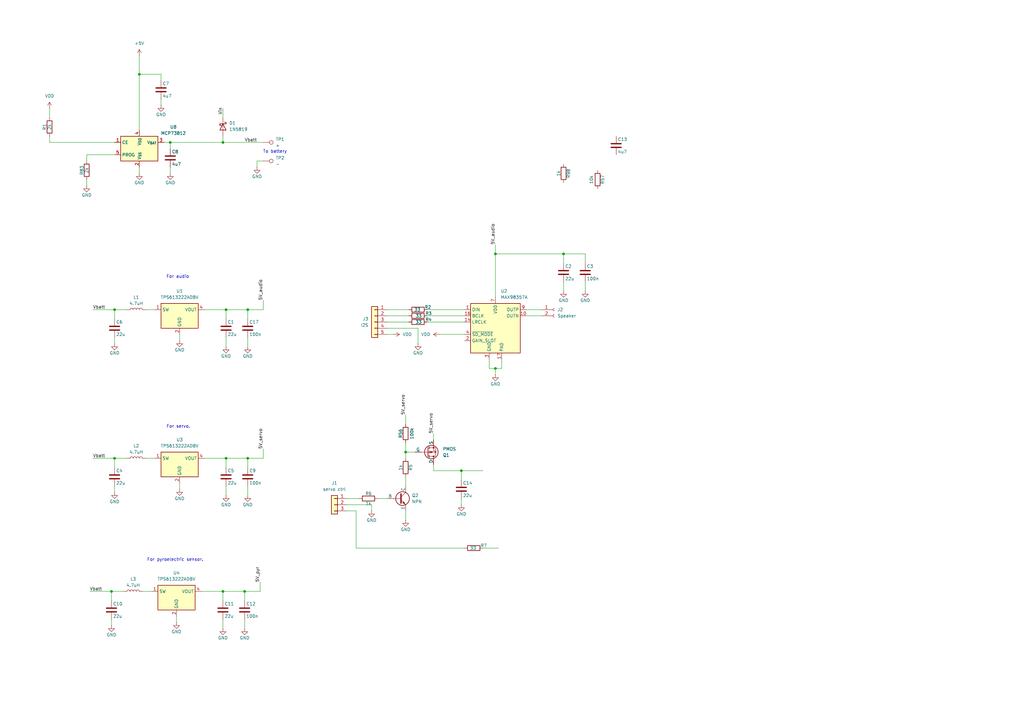
<source format=kicad_sch>
(kicad_sch
	(version 20250114)
	(generator "eeschema")
	(generator_version "9.0")
	(uuid "baedfaab-6940-4c04-b4a7-304f9ffa239d")
	(paper "A3")
	(lib_symbols
		(symbol "Audio:MAX98357A"
			(exclude_from_sim no)
			(in_bom yes)
			(on_board yes)
			(property "Reference" "U"
				(at -8.89 11.43 0)
				(effects
					(font
						(size 1.27 1.27)
					)
				)
			)
			(property "Value" "MAX98357A"
				(at 10.16 11.43 0)
				(effects
					(font
						(size 1.27 1.27)
					)
				)
			)
			(property "Footprint" "Package_DFN_QFN:TQFN-16-1EP_3x3mm_P0.5mm_EP1.23x1.23mm"
				(at -1.27 -2.54 0)
				(effects
					(font
						(size 1.27 1.27)
					)
					(hide yes)
				)
			)
			(property "Datasheet" "https://www.analog.com/media/en/technical-documentation/data-sheets/MAX98357A-MAX98357B.pdf"
				(at 0 -2.54 0)
				(effects
					(font
						(size 1.27 1.27)
					)
					(hide yes)
				)
			)
			(property "Description" "Mono DAC with amplifier, I2S, PCM, TDM, 32-bit, 96khz, 3.2W, TQFP-16"
				(at 0 0 0)
				(effects
					(font
						(size 1.27 1.27)
					)
					(hide yes)
				)
			)
			(property "ki_keywords" "pcm tdm i2s left-justified amplifier audio dac"
				(at 0 0 0)
				(effects
					(font
						(size 1.27 1.27)
					)
					(hide yes)
				)
			)
			(property "ki_fp_filters" "TQFN*3x3mm*P0.5mm*EP1.23x1.23mm*"
				(at 0 0 0)
				(effects
					(font
						(size 1.27 1.27)
					)
					(hide yes)
				)
			)
			(symbol "MAX98357A_1_1"
				(rectangle
					(start -10.16 10.16)
					(end 10.16 -10.16)
					(stroke
						(width 0.254)
						(type default)
					)
					(fill
						(type background)
					)
				)
				(pin input line
					(at -12.7 7.62 0)
					(length 2.54)
					(name "DIN"
						(effects
							(font
								(size 1.27 1.27)
							)
						)
					)
					(number "1"
						(effects
							(font
								(size 1.27 1.27)
							)
						)
					)
				)
				(pin input line
					(at -12.7 5.08 0)
					(length 2.54)
					(name "BCLK"
						(effects
							(font
								(size 1.27 1.27)
							)
						)
					)
					(number "16"
						(effects
							(font
								(size 1.27 1.27)
							)
						)
					)
				)
				(pin input line
					(at -12.7 2.54 0)
					(length 2.54)
					(name "LRCLK"
						(effects
							(font
								(size 1.27 1.27)
							)
						)
					)
					(number "14"
						(effects
							(font
								(size 1.27 1.27)
							)
						)
					)
				)
				(pin input line
					(at -12.7 -2.54 0)
					(length 2.54)
					(name "~{SD_MODE}"
						(effects
							(font
								(size 1.27 1.27)
							)
						)
					)
					(number "4"
						(effects
							(font
								(size 1.27 1.27)
							)
						)
					)
				)
				(pin passive line
					(at -12.7 -5.08 0)
					(length 2.54)
					(name "GAIN_SLOT"
						(effects
							(font
								(size 1.27 1.27)
							)
						)
					)
					(number "2"
						(effects
							(font
								(size 1.27 1.27)
							)
						)
					)
				)
				(pin passive line
					(at -2.54 -12.7 90)
					(length 2.54)
					(hide yes)
					(name "GND"
						(effects
							(font
								(size 1.27 1.27)
							)
						)
					)
					(number "11"
						(effects
							(font
								(size 1.27 1.27)
							)
						)
					)
				)
				(pin passive line
					(at -2.54 -12.7 90)
					(length 2.54)
					(hide yes)
					(name "GND"
						(effects
							(font
								(size 1.27 1.27)
							)
						)
					)
					(number "15"
						(effects
							(font
								(size 1.27 1.27)
							)
						)
					)
				)
				(pin power_in line
					(at -2.54 -12.7 90)
					(length 2.54)
					(name "GND"
						(effects
							(font
								(size 1.27 1.27)
							)
						)
					)
					(number "3"
						(effects
							(font
								(size 1.27 1.27)
							)
						)
					)
				)
				(pin power_in line
					(at 0 12.7 270)
					(length 2.54)
					(name "VDD"
						(effects
							(font
								(size 1.27 1.27)
							)
						)
					)
					(number "7"
						(effects
							(font
								(size 1.27 1.27)
							)
						)
					)
				)
				(pin passive line
					(at 0 12.7 270)
					(length 2.54)
					(hide yes)
					(name "VDD"
						(effects
							(font
								(size 1.27 1.27)
							)
						)
					)
					(number "8"
						(effects
							(font
								(size 1.27 1.27)
							)
						)
					)
				)
				(pin unspecified line
					(at 2.54 -12.7 90)
					(length 2.54)
					(name "PAD"
						(effects
							(font
								(size 1.27 1.27)
							)
						)
					)
					(number "17"
						(effects
							(font
								(size 1.27 1.27)
							)
						)
					)
				)
				(pin no_connect line
					(at 10.16 2.54 180)
					(length 2.54)
					(hide yes)
					(name "NC"
						(effects
							(font
								(size 1.27 1.27)
							)
						)
					)
					(number "5"
						(effects
							(font
								(size 1.27 1.27)
							)
						)
					)
				)
				(pin no_connect line
					(at 10.16 0 180)
					(length 2.54)
					(hide yes)
					(name "NC"
						(effects
							(font
								(size 1.27 1.27)
							)
						)
					)
					(number "6"
						(effects
							(font
								(size 1.27 1.27)
							)
						)
					)
				)
				(pin no_connect line
					(at 10.16 -5.08 180)
					(length 2.54)
					(hide yes)
					(name "NC"
						(effects
							(font
								(size 1.27 1.27)
							)
						)
					)
					(number "12"
						(effects
							(font
								(size 1.27 1.27)
							)
						)
					)
				)
				(pin no_connect line
					(at 10.16 -7.62 180)
					(length 2.54)
					(hide yes)
					(name "NC"
						(effects
							(font
								(size 1.27 1.27)
							)
						)
					)
					(number "13"
						(effects
							(font
								(size 1.27 1.27)
							)
						)
					)
				)
				(pin output line
					(at 12.7 7.62 180)
					(length 2.54)
					(name "OUTP"
						(effects
							(font
								(size 1.27 1.27)
							)
						)
					)
					(number "9"
						(effects
							(font
								(size 1.27 1.27)
							)
						)
					)
				)
				(pin output line
					(at 12.7 5.08 180)
					(length 2.54)
					(name "OUTN"
						(effects
							(font
								(size 1.27 1.27)
							)
						)
					)
					(number "10"
						(effects
							(font
								(size 1.27 1.27)
							)
						)
					)
				)
			)
			(embedded_fonts no)
		)
		(symbol "Battery_Management:MCP73812T-420I-OT"
			(exclude_from_sim no)
			(in_bom yes)
			(on_board yes)
			(property "Reference" "U"
				(at -6.35 6.35 0)
				(effects
					(font
						(size 1.27 1.27)
					)
				)
			)
			(property "Value" "MCP73812T-420I-OT"
				(at 1.27 6.35 0)
				(effects
					(font
						(size 1.27 1.27)
					)
					(justify left)
				)
			)
			(property "Footprint" "Package_TO_SOT_SMD:SOT-23-5"
				(at 1.27 -6.35 0)
				(effects
					(font
						(size 1.27 1.27)
					)
					(justify left)
					(hide yes)
				)
			)
			(property "Datasheet" "http://ww1.microchip.com/downloads/en/DeviceDoc/22036b.pdf"
				(at -6.35 6.35 0)
				(effects
					(font
						(size 1.27 1.27)
					)
					(hide yes)
				)
			)
			(property "Description" "Simple, Miniature Single-Cell, Fully Integrated Li-Ion / Li-Polymer Charge Management Controllers, 50mA-500mA, 4.2V, SOT23-5"
				(at 0 0 0)
				(effects
					(font
						(size 1.27 1.27)
					)
					(hide yes)
				)
			)
			(property "ki_keywords" "Lithium-Ion Battery Charger"
				(at 0 0 0)
				(effects
					(font
						(size 1.27 1.27)
					)
					(hide yes)
				)
			)
			(property "ki_fp_filters" "SOT?23*"
				(at 0 0 0)
				(effects
					(font
						(size 1.27 1.27)
					)
					(hide yes)
				)
			)
			(symbol "MCP73812T-420I-OT_0_1"
				(rectangle
					(start -7.62 5.08)
					(end 7.62 -5.08)
					(stroke
						(width 0.254)
						(type default)
					)
					(fill
						(type background)
					)
				)
			)
			(symbol "MCP73812T-420I-OT_1_1"
				(pin input line
					(at -10.16 2.54 0)
					(length 2.54)
					(name "CE"
						(effects
							(font
								(size 1.27 1.27)
							)
						)
					)
					(number "1"
						(effects
							(font
								(size 1.27 1.27)
							)
						)
					)
				)
				(pin input line
					(at -10.16 -2.54 0)
					(length 2.54)
					(name "PROG"
						(effects
							(font
								(size 1.27 1.27)
							)
						)
					)
					(number "5"
						(effects
							(font
								(size 1.27 1.27)
							)
						)
					)
				)
				(pin power_in line
					(at 0 7.62 270)
					(length 2.54)
					(name "V_{DD}"
						(effects
							(font
								(size 1.27 1.27)
							)
						)
					)
					(number "4"
						(effects
							(font
								(size 1.27 1.27)
							)
						)
					)
				)
				(pin power_in line
					(at 0 -7.62 90)
					(length 2.54)
					(name "V_{SS}"
						(effects
							(font
								(size 1.27 1.27)
							)
						)
					)
					(number "2"
						(effects
							(font
								(size 1.27 1.27)
							)
						)
					)
				)
				(pin power_out line
					(at 10.16 2.54 180)
					(length 2.54)
					(name "V_{BAT}"
						(effects
							(font
								(size 1.27 1.27)
							)
						)
					)
					(number "3"
						(effects
							(font
								(size 1.27 1.27)
							)
						)
					)
				)
			)
			(embedded_fonts no)
		)
		(symbol "Connector:Conn_01x02_Socket"
			(pin_names
				(offset 1.016)
				(hide yes)
			)
			(exclude_from_sim no)
			(in_bom yes)
			(on_board yes)
			(property "Reference" "J"
				(at 0 2.54 0)
				(effects
					(font
						(size 1.27 1.27)
					)
				)
			)
			(property "Value" "Conn_01x02_Socket"
				(at 0 -5.08 0)
				(effects
					(font
						(size 1.27 1.27)
					)
				)
			)
			(property "Footprint" ""
				(at 0 0 0)
				(effects
					(font
						(size 1.27 1.27)
					)
					(hide yes)
				)
			)
			(property "Datasheet" "~"
				(at 0 0 0)
				(effects
					(font
						(size 1.27 1.27)
					)
					(hide yes)
				)
			)
			(property "Description" "Generic connector, single row, 01x02, script generated"
				(at 0 0 0)
				(effects
					(font
						(size 1.27 1.27)
					)
					(hide yes)
				)
			)
			(property "ki_locked" ""
				(at 0 0 0)
				(effects
					(font
						(size 1.27 1.27)
					)
				)
			)
			(property "ki_keywords" "connector"
				(at 0 0 0)
				(effects
					(font
						(size 1.27 1.27)
					)
					(hide yes)
				)
			)
			(property "ki_fp_filters" "Connector*:*_1x??_*"
				(at 0 0 0)
				(effects
					(font
						(size 1.27 1.27)
					)
					(hide yes)
				)
			)
			(symbol "Conn_01x02_Socket_1_1"
				(polyline
					(pts
						(xy -1.27 0) (xy -0.508 0)
					)
					(stroke
						(width 0.1524)
						(type default)
					)
					(fill
						(type none)
					)
				)
				(polyline
					(pts
						(xy -1.27 -2.54) (xy -0.508 -2.54)
					)
					(stroke
						(width 0.1524)
						(type default)
					)
					(fill
						(type none)
					)
				)
				(arc
					(start 0 -0.508)
					(mid -0.5058 0)
					(end 0 0.508)
					(stroke
						(width 0.1524)
						(type default)
					)
					(fill
						(type none)
					)
				)
				(arc
					(start 0 -3.048)
					(mid -0.5058 -2.54)
					(end 0 -2.032)
					(stroke
						(width 0.1524)
						(type default)
					)
					(fill
						(type none)
					)
				)
				(pin passive line
					(at -5.08 0 0)
					(length 3.81)
					(name "Pin_1"
						(effects
							(font
								(size 1.27 1.27)
							)
						)
					)
					(number "1"
						(effects
							(font
								(size 1.27 1.27)
							)
						)
					)
				)
				(pin passive line
					(at -5.08 -2.54 0)
					(length 3.81)
					(name "Pin_2"
						(effects
							(font
								(size 1.27 1.27)
							)
						)
					)
					(number "2"
						(effects
							(font
								(size 1.27 1.27)
							)
						)
					)
				)
			)
			(embedded_fonts no)
		)
		(symbol "Connector:TestPoint"
			(pin_numbers
				(hide yes)
			)
			(pin_names
				(offset 0.762)
				(hide yes)
			)
			(exclude_from_sim no)
			(in_bom yes)
			(on_board yes)
			(property "Reference" "TP"
				(at 0 6.858 0)
				(effects
					(font
						(size 1.27 1.27)
					)
				)
			)
			(property "Value" "TestPoint"
				(at 0 5.08 0)
				(effects
					(font
						(size 1.27 1.27)
					)
				)
			)
			(property "Footprint" ""
				(at 5.08 0 0)
				(effects
					(font
						(size 1.27 1.27)
					)
					(hide yes)
				)
			)
			(property "Datasheet" "~"
				(at 5.08 0 0)
				(effects
					(font
						(size 1.27 1.27)
					)
					(hide yes)
				)
			)
			(property "Description" "test point"
				(at 0 0 0)
				(effects
					(font
						(size 1.27 1.27)
					)
					(hide yes)
				)
			)
			(property "ki_keywords" "test point tp"
				(at 0 0 0)
				(effects
					(font
						(size 1.27 1.27)
					)
					(hide yes)
				)
			)
			(property "ki_fp_filters" "Pin* Test*"
				(at 0 0 0)
				(effects
					(font
						(size 1.27 1.27)
					)
					(hide yes)
				)
			)
			(symbol "TestPoint_0_1"
				(circle
					(center 0 3.302)
					(radius 0.762)
					(stroke
						(width 0)
						(type default)
					)
					(fill
						(type none)
					)
				)
			)
			(symbol "TestPoint_1_1"
				(pin passive line
					(at 0 0 90)
					(length 2.54)
					(name "1"
						(effects
							(font
								(size 1.27 1.27)
							)
						)
					)
					(number "1"
						(effects
							(font
								(size 1.27 1.27)
							)
						)
					)
				)
			)
			(embedded_fonts no)
		)
		(symbol "Connector_Generic:Conn_01x03"
			(pin_names
				(offset 1.016)
				(hide yes)
			)
			(exclude_from_sim no)
			(in_bom yes)
			(on_board yes)
			(property "Reference" "J"
				(at 0 5.08 0)
				(effects
					(font
						(size 1.27 1.27)
					)
				)
			)
			(property "Value" "Conn_01x03"
				(at 0 -5.08 0)
				(effects
					(font
						(size 1.27 1.27)
					)
				)
			)
			(property "Footprint" ""
				(at 0 0 0)
				(effects
					(font
						(size 1.27 1.27)
					)
					(hide yes)
				)
			)
			(property "Datasheet" "~"
				(at 0 0 0)
				(effects
					(font
						(size 1.27 1.27)
					)
					(hide yes)
				)
			)
			(property "Description" "Generic connector, single row, 01x03, script generated (kicad-library-utils/schlib/autogen/connector/)"
				(at 0 0 0)
				(effects
					(font
						(size 1.27 1.27)
					)
					(hide yes)
				)
			)
			(property "ki_keywords" "connector"
				(at 0 0 0)
				(effects
					(font
						(size 1.27 1.27)
					)
					(hide yes)
				)
			)
			(property "ki_fp_filters" "Connector*:*_1x??_*"
				(at 0 0 0)
				(effects
					(font
						(size 1.27 1.27)
					)
					(hide yes)
				)
			)
			(symbol "Conn_01x03_1_1"
				(rectangle
					(start -1.27 3.81)
					(end 1.27 -3.81)
					(stroke
						(width 0.254)
						(type default)
					)
					(fill
						(type background)
					)
				)
				(rectangle
					(start -1.27 2.667)
					(end 0 2.413)
					(stroke
						(width 0.1524)
						(type default)
					)
					(fill
						(type none)
					)
				)
				(rectangle
					(start -1.27 0.127)
					(end 0 -0.127)
					(stroke
						(width 0.1524)
						(type default)
					)
					(fill
						(type none)
					)
				)
				(rectangle
					(start -1.27 -2.413)
					(end 0 -2.667)
					(stroke
						(width 0.1524)
						(type default)
					)
					(fill
						(type none)
					)
				)
				(pin passive line
					(at -5.08 2.54 0)
					(length 3.81)
					(name "Pin_1"
						(effects
							(font
								(size 1.27 1.27)
							)
						)
					)
					(number "1"
						(effects
							(font
								(size 1.27 1.27)
							)
						)
					)
				)
				(pin passive line
					(at -5.08 0 0)
					(length 3.81)
					(name "Pin_2"
						(effects
							(font
								(size 1.27 1.27)
							)
						)
					)
					(number "2"
						(effects
							(font
								(size 1.27 1.27)
							)
						)
					)
				)
				(pin passive line
					(at -5.08 -2.54 0)
					(length 3.81)
					(name "Pin_3"
						(effects
							(font
								(size 1.27 1.27)
							)
						)
					)
					(number "3"
						(effects
							(font
								(size 1.27 1.27)
							)
						)
					)
				)
			)
			(embedded_fonts no)
		)
		(symbol "Connector_Generic:Conn_01x05"
			(pin_names
				(offset 1.016)
				(hide yes)
			)
			(exclude_from_sim no)
			(in_bom yes)
			(on_board yes)
			(property "Reference" "J"
				(at 0 7.62 0)
				(effects
					(font
						(size 1.27 1.27)
					)
				)
			)
			(property "Value" "Conn_01x05"
				(at 0 -7.62 0)
				(effects
					(font
						(size 1.27 1.27)
					)
				)
			)
			(property "Footprint" ""
				(at 0 0 0)
				(effects
					(font
						(size 1.27 1.27)
					)
					(hide yes)
				)
			)
			(property "Datasheet" "~"
				(at 0 0 0)
				(effects
					(font
						(size 1.27 1.27)
					)
					(hide yes)
				)
			)
			(property "Description" "Generic connector, single row, 01x05, script generated (kicad-library-utils/schlib/autogen/connector/)"
				(at 0 0 0)
				(effects
					(font
						(size 1.27 1.27)
					)
					(hide yes)
				)
			)
			(property "ki_keywords" "connector"
				(at 0 0 0)
				(effects
					(font
						(size 1.27 1.27)
					)
					(hide yes)
				)
			)
			(property "ki_fp_filters" "Connector*:*_1x??_*"
				(at 0 0 0)
				(effects
					(font
						(size 1.27 1.27)
					)
					(hide yes)
				)
			)
			(symbol "Conn_01x05_1_1"
				(rectangle
					(start -1.27 6.35)
					(end 1.27 -6.35)
					(stroke
						(width 0.254)
						(type default)
					)
					(fill
						(type background)
					)
				)
				(rectangle
					(start -1.27 5.207)
					(end 0 4.953)
					(stroke
						(width 0.1524)
						(type default)
					)
					(fill
						(type none)
					)
				)
				(rectangle
					(start -1.27 2.667)
					(end 0 2.413)
					(stroke
						(width 0.1524)
						(type default)
					)
					(fill
						(type none)
					)
				)
				(rectangle
					(start -1.27 0.127)
					(end 0 -0.127)
					(stroke
						(width 0.1524)
						(type default)
					)
					(fill
						(type none)
					)
				)
				(rectangle
					(start -1.27 -2.413)
					(end 0 -2.667)
					(stroke
						(width 0.1524)
						(type default)
					)
					(fill
						(type none)
					)
				)
				(rectangle
					(start -1.27 -4.953)
					(end 0 -5.207)
					(stroke
						(width 0.1524)
						(type default)
					)
					(fill
						(type none)
					)
				)
				(pin passive line
					(at -5.08 5.08 0)
					(length 3.81)
					(name "Pin_1"
						(effects
							(font
								(size 1.27 1.27)
							)
						)
					)
					(number "1"
						(effects
							(font
								(size 1.27 1.27)
							)
						)
					)
				)
				(pin passive line
					(at -5.08 2.54 0)
					(length 3.81)
					(name "Pin_2"
						(effects
							(font
								(size 1.27 1.27)
							)
						)
					)
					(number "2"
						(effects
							(font
								(size 1.27 1.27)
							)
						)
					)
				)
				(pin passive line
					(at -5.08 0 0)
					(length 3.81)
					(name "Pin_3"
						(effects
							(font
								(size 1.27 1.27)
							)
						)
					)
					(number "3"
						(effects
							(font
								(size 1.27 1.27)
							)
						)
					)
				)
				(pin passive line
					(at -5.08 -2.54 0)
					(length 3.81)
					(name "Pin_4"
						(effects
							(font
								(size 1.27 1.27)
							)
						)
					)
					(number "4"
						(effects
							(font
								(size 1.27 1.27)
							)
						)
					)
				)
				(pin passive line
					(at -5.08 -5.08 0)
					(length 3.81)
					(name "Pin_5"
						(effects
							(font
								(size 1.27 1.27)
							)
						)
					)
					(number "5"
						(effects
							(font
								(size 1.27 1.27)
							)
						)
					)
				)
			)
			(embedded_fonts no)
		)
		(symbol "Device:C"
			(pin_numbers
				(hide yes)
			)
			(pin_names
				(offset 0.254)
			)
			(exclude_from_sim no)
			(in_bom yes)
			(on_board yes)
			(property "Reference" "C"
				(at 0.635 2.54 0)
				(effects
					(font
						(size 1.27 1.27)
					)
					(justify left)
				)
			)
			(property "Value" "C"
				(at 0.635 -2.54 0)
				(effects
					(font
						(size 1.27 1.27)
					)
					(justify left)
				)
			)
			(property "Footprint" ""
				(at 0.9652 -3.81 0)
				(effects
					(font
						(size 1.27 1.27)
					)
					(hide yes)
				)
			)
			(property "Datasheet" "~"
				(at 0 0 0)
				(effects
					(font
						(size 1.27 1.27)
					)
					(hide yes)
				)
			)
			(property "Description" "Unpolarized capacitor"
				(at 0 0 0)
				(effects
					(font
						(size 1.27 1.27)
					)
					(hide yes)
				)
			)
			(property "ki_keywords" "cap capacitor"
				(at 0 0 0)
				(effects
					(font
						(size 1.27 1.27)
					)
					(hide yes)
				)
			)
			(property "ki_fp_filters" "C_*"
				(at 0 0 0)
				(effects
					(font
						(size 1.27 1.27)
					)
					(hide yes)
				)
			)
			(symbol "C_0_1"
				(polyline
					(pts
						(xy -2.032 0.762) (xy 2.032 0.762)
					)
					(stroke
						(width 0.508)
						(type default)
					)
					(fill
						(type none)
					)
				)
				(polyline
					(pts
						(xy -2.032 -0.762) (xy 2.032 -0.762)
					)
					(stroke
						(width 0.508)
						(type default)
					)
					(fill
						(type none)
					)
				)
			)
			(symbol "C_1_1"
				(pin passive line
					(at 0 3.81 270)
					(length 2.794)
					(name "~"
						(effects
							(font
								(size 1.27 1.27)
							)
						)
					)
					(number "1"
						(effects
							(font
								(size 1.27 1.27)
							)
						)
					)
				)
				(pin passive line
					(at 0 -3.81 90)
					(length 2.794)
					(name "~"
						(effects
							(font
								(size 1.27 1.27)
							)
						)
					)
					(number "2"
						(effects
							(font
								(size 1.27 1.27)
							)
						)
					)
				)
			)
			(embedded_fonts no)
		)
		(symbol "Device:D_Schottky"
			(pin_numbers
				(hide yes)
			)
			(pin_names
				(offset 1.016)
				(hide yes)
			)
			(exclude_from_sim no)
			(in_bom yes)
			(on_board yes)
			(property "Reference" "D"
				(at 0 2.54 0)
				(effects
					(font
						(size 1.27 1.27)
					)
				)
			)
			(property "Value" "D_Schottky"
				(at 0 -2.54 0)
				(effects
					(font
						(size 1.27 1.27)
					)
				)
			)
			(property "Footprint" ""
				(at 0 0 0)
				(effects
					(font
						(size 1.27 1.27)
					)
					(hide yes)
				)
			)
			(property "Datasheet" "~"
				(at 0 0 0)
				(effects
					(font
						(size 1.27 1.27)
					)
					(hide yes)
				)
			)
			(property "Description" "Schottky diode"
				(at 0 0 0)
				(effects
					(font
						(size 1.27 1.27)
					)
					(hide yes)
				)
			)
			(property "ki_keywords" "diode Schottky"
				(at 0 0 0)
				(effects
					(font
						(size 1.27 1.27)
					)
					(hide yes)
				)
			)
			(property "ki_fp_filters" "TO-???* *_Diode_* *SingleDiode* D_*"
				(at 0 0 0)
				(effects
					(font
						(size 1.27 1.27)
					)
					(hide yes)
				)
			)
			(symbol "D_Schottky_0_1"
				(polyline
					(pts
						(xy -1.905 0.635) (xy -1.905 1.27) (xy -1.27 1.27) (xy -1.27 -1.27) (xy -0.635 -1.27) (xy -0.635 -0.635)
					)
					(stroke
						(width 0.254)
						(type default)
					)
					(fill
						(type none)
					)
				)
				(polyline
					(pts
						(xy 1.27 1.27) (xy 1.27 -1.27) (xy -1.27 0) (xy 1.27 1.27)
					)
					(stroke
						(width 0.254)
						(type default)
					)
					(fill
						(type none)
					)
				)
				(polyline
					(pts
						(xy 1.27 0) (xy -1.27 0)
					)
					(stroke
						(width 0)
						(type default)
					)
					(fill
						(type none)
					)
				)
			)
			(symbol "D_Schottky_1_1"
				(pin passive line
					(at -3.81 0 0)
					(length 2.54)
					(name "K"
						(effects
							(font
								(size 1.27 1.27)
							)
						)
					)
					(number "1"
						(effects
							(font
								(size 1.27 1.27)
							)
						)
					)
				)
				(pin passive line
					(at 3.81 0 180)
					(length 2.54)
					(name "A"
						(effects
							(font
								(size 1.27 1.27)
							)
						)
					)
					(number "2"
						(effects
							(font
								(size 1.27 1.27)
							)
						)
					)
				)
			)
			(embedded_fonts no)
		)
		(symbol "Device:L"
			(pin_numbers
				(hide yes)
			)
			(pin_names
				(offset 1.016)
				(hide yes)
			)
			(exclude_from_sim no)
			(in_bom yes)
			(on_board yes)
			(property "Reference" "L"
				(at -1.27 0 90)
				(effects
					(font
						(size 1.27 1.27)
					)
				)
			)
			(property "Value" "L"
				(at 1.905 0 90)
				(effects
					(font
						(size 1.27 1.27)
					)
				)
			)
			(property "Footprint" ""
				(at 0 0 0)
				(effects
					(font
						(size 1.27 1.27)
					)
					(hide yes)
				)
			)
			(property "Datasheet" "~"
				(at 0 0 0)
				(effects
					(font
						(size 1.27 1.27)
					)
					(hide yes)
				)
			)
			(property "Description" "Inductor"
				(at 0 0 0)
				(effects
					(font
						(size 1.27 1.27)
					)
					(hide yes)
				)
			)
			(property "ki_keywords" "inductor choke coil reactor magnetic"
				(at 0 0 0)
				(effects
					(font
						(size 1.27 1.27)
					)
					(hide yes)
				)
			)
			(property "ki_fp_filters" "Choke_* *Coil* Inductor_* L_*"
				(at 0 0 0)
				(effects
					(font
						(size 1.27 1.27)
					)
					(hide yes)
				)
			)
			(symbol "L_0_1"
				(arc
					(start 0 2.54)
					(mid 0.6323 1.905)
					(end 0 1.27)
					(stroke
						(width 0)
						(type default)
					)
					(fill
						(type none)
					)
				)
				(arc
					(start 0 1.27)
					(mid 0.6323 0.635)
					(end 0 0)
					(stroke
						(width 0)
						(type default)
					)
					(fill
						(type none)
					)
				)
				(arc
					(start 0 0)
					(mid 0.6323 -0.635)
					(end 0 -1.27)
					(stroke
						(width 0)
						(type default)
					)
					(fill
						(type none)
					)
				)
				(arc
					(start 0 -1.27)
					(mid 0.6323 -1.905)
					(end 0 -2.54)
					(stroke
						(width 0)
						(type default)
					)
					(fill
						(type none)
					)
				)
			)
			(symbol "L_1_1"
				(pin passive line
					(at 0 3.81 270)
					(length 1.27)
					(name "1"
						(effects
							(font
								(size 1.27 1.27)
							)
						)
					)
					(number "1"
						(effects
							(font
								(size 1.27 1.27)
							)
						)
					)
				)
				(pin passive line
					(at 0 -3.81 90)
					(length 1.27)
					(name "2"
						(effects
							(font
								(size 1.27 1.27)
							)
						)
					)
					(number "2"
						(effects
							(font
								(size 1.27 1.27)
							)
						)
					)
				)
			)
			(embedded_fonts no)
		)
		(symbol "Device:R"
			(pin_numbers
				(hide yes)
			)
			(pin_names
				(offset 0)
			)
			(exclude_from_sim no)
			(in_bom yes)
			(on_board yes)
			(property "Reference" "R"
				(at 2.032 0 90)
				(effects
					(font
						(size 1.27 1.27)
					)
				)
			)
			(property "Value" "R"
				(at 0 0 90)
				(effects
					(font
						(size 1.27 1.27)
					)
				)
			)
			(property "Footprint" ""
				(at -1.778 0 90)
				(effects
					(font
						(size 1.27 1.27)
					)
					(hide yes)
				)
			)
			(property "Datasheet" "~"
				(at 0 0 0)
				(effects
					(font
						(size 1.27 1.27)
					)
					(hide yes)
				)
			)
			(property "Description" "Resistor"
				(at 0 0 0)
				(effects
					(font
						(size 1.27 1.27)
					)
					(hide yes)
				)
			)
			(property "ki_keywords" "R res resistor"
				(at 0 0 0)
				(effects
					(font
						(size 1.27 1.27)
					)
					(hide yes)
				)
			)
			(property "ki_fp_filters" "R_*"
				(at 0 0 0)
				(effects
					(font
						(size 1.27 1.27)
					)
					(hide yes)
				)
			)
			(symbol "R_0_1"
				(rectangle
					(start -1.016 -2.54)
					(end 1.016 2.54)
					(stroke
						(width 0.254)
						(type default)
					)
					(fill
						(type none)
					)
				)
			)
			(symbol "R_1_1"
				(pin passive line
					(at 0 3.81 270)
					(length 1.27)
					(name "~"
						(effects
							(font
								(size 1.27 1.27)
							)
						)
					)
					(number "1"
						(effects
							(font
								(size 1.27 1.27)
							)
						)
					)
				)
				(pin passive line
					(at 0 -3.81 90)
					(length 1.27)
					(name "~"
						(effects
							(font
								(size 1.27 1.27)
							)
						)
					)
					(number "2"
						(effects
							(font
								(size 1.27 1.27)
							)
						)
					)
				)
			)
			(embedded_fonts no)
		)
		(symbol "Regulator_Switching:TPS613222ADBV"
			(exclude_from_sim no)
			(in_bom yes)
			(on_board yes)
			(property "Reference" "U"
				(at -7.62 6.35 0)
				(effects
					(font
						(size 1.27 1.27)
					)
					(justify left)
				)
			)
			(property "Value" "TPS613222ADBV"
				(at 2.54 6.35 0)
				(effects
					(font
						(size 1.27 1.27)
					)
				)
			)
			(property "Footprint" "Package_TO_SOT_SMD:SOT-23-5"
				(at 0 -20.32 0)
				(effects
					(font
						(size 1.27 1.27)
					)
					(hide yes)
				)
			)
			(property "Datasheet" "http://www.ti.com/lit/ds/symlink/tps61322.pdf"
				(at 0 -3.81 0)
				(effects
					(font
						(size 1.27 1.27)
					)
					(hide yes)
				)
			)
			(property "Description" "1.8A Step-Up Converter, 5V Output Voltage, 0.9-5.5V Input Voltage, SOT-23-5"
				(at 0 0 0)
				(effects
					(font
						(size 1.27 1.27)
					)
					(hide yes)
				)
			)
			(property "ki_keywords" "Boost converter"
				(at 0 0 0)
				(effects
					(font
						(size 1.27 1.27)
					)
					(hide yes)
				)
			)
			(property "ki_fp_filters" "SOT?23*"
				(at 0 0 0)
				(effects
					(font
						(size 1.27 1.27)
					)
					(hide yes)
				)
			)
			(symbol "TPS613222ADBV_0_1"
				(rectangle
					(start -7.62 5.08)
					(end 7.62 -5.08)
					(stroke
						(width 0.254)
						(type default)
					)
					(fill
						(type background)
					)
				)
			)
			(symbol "TPS613222ADBV_1_1"
				(pin power_in line
					(at -10.16 2.54 0)
					(length 2.54)
					(name "SW"
						(effects
							(font
								(size 1.27 1.27)
							)
						)
					)
					(number "1"
						(effects
							(font
								(size 1.27 1.27)
							)
						)
					)
				)
				(pin no_connect line
					(at -7.62 -2.54 0)
					(length 2.54)
					(hide yes)
					(name "NC"
						(effects
							(font
								(size 1.27 1.27)
							)
						)
					)
					(number "3"
						(effects
							(font
								(size 1.27 1.27)
							)
						)
					)
				)
				(pin power_in line
					(at 0 -7.62 90)
					(length 2.54)
					(name "GND"
						(effects
							(font
								(size 1.27 1.27)
							)
						)
					)
					(number "2"
						(effects
							(font
								(size 1.27 1.27)
							)
						)
					)
				)
				(pin no_connect line
					(at 7.62 -2.54 180)
					(length 2.54)
					(hide yes)
					(name "NC"
						(effects
							(font
								(size 1.27 1.27)
							)
						)
					)
					(number "5"
						(effects
							(font
								(size 1.27 1.27)
							)
						)
					)
				)
				(pin power_out line
					(at 10.16 2.54 180)
					(length 2.54)
					(name "VOUT"
						(effects
							(font
								(size 1.27 1.27)
							)
						)
					)
					(number "4"
						(effects
							(font
								(size 1.27 1.27)
							)
						)
					)
				)
			)
			(embedded_fonts no)
		)
		(symbol "Simulation_SPICE:NPN"
			(pin_numbers
				(hide yes)
			)
			(pin_names
				(offset 0)
			)
			(exclude_from_sim no)
			(in_bom yes)
			(on_board yes)
			(property "Reference" "Q"
				(at -2.54 7.62 0)
				(effects
					(font
						(size 1.27 1.27)
					)
				)
			)
			(property "Value" "NPN"
				(at -2.54 5.08 0)
				(effects
					(font
						(size 1.27 1.27)
					)
				)
			)
			(property "Footprint" ""
				(at 63.5 0 0)
				(effects
					(font
						(size 1.27 1.27)
					)
					(hide yes)
				)
			)
			(property "Datasheet" "https://ngspice.sourceforge.io/docs/ngspice-html-manual/manual.xhtml#cha_BJTs"
				(at 63.5 0 0)
				(effects
					(font
						(size 1.27 1.27)
					)
					(hide yes)
				)
			)
			(property "Description" "Bipolar transistor symbol for simulation only, substrate tied to the emitter"
				(at 0 0 0)
				(effects
					(font
						(size 1.27 1.27)
					)
					(hide yes)
				)
			)
			(property "Sim.Device" "NPN"
				(at 0 0 0)
				(effects
					(font
						(size 1.27 1.27)
					)
					(hide yes)
				)
			)
			(property "Sim.Type" "GUMMELPOON"
				(at 0 0 0)
				(effects
					(font
						(size 1.27 1.27)
					)
					(hide yes)
				)
			)
			(property "Sim.Pins" "1=C 2=B 3=E"
				(at 0 0 0)
				(effects
					(font
						(size 1.27 1.27)
					)
					(hide yes)
				)
			)
			(property "ki_keywords" "simulation"
				(at 0 0 0)
				(effects
					(font
						(size 1.27 1.27)
					)
					(hide yes)
				)
			)
			(symbol "NPN_0_1"
				(polyline
					(pts
						(xy -2.54 0) (xy 0.635 0)
					)
					(stroke
						(width 0.1524)
						(type default)
					)
					(fill
						(type none)
					)
				)
				(polyline
					(pts
						(xy 0.635 1.905) (xy 0.635 -1.905) (xy 0.635 -1.905)
					)
					(stroke
						(width 0.508)
						(type default)
					)
					(fill
						(type none)
					)
				)
				(polyline
					(pts
						(xy 0.635 0.635) (xy 2.54 2.54)
					)
					(stroke
						(width 0)
						(type default)
					)
					(fill
						(type none)
					)
				)
				(polyline
					(pts
						(xy 0.635 -0.635) (xy 2.54 -2.54) (xy 2.54 -2.54)
					)
					(stroke
						(width 0)
						(type default)
					)
					(fill
						(type none)
					)
				)
				(circle
					(center 1.27 0)
					(radius 2.8194)
					(stroke
						(width 0.254)
						(type default)
					)
					(fill
						(type none)
					)
				)
				(polyline
					(pts
						(xy 1.27 -1.778) (xy 1.778 -1.27) (xy 2.286 -2.286) (xy 1.27 -1.778) (xy 1.27 -1.778)
					)
					(stroke
						(width 0)
						(type default)
					)
					(fill
						(type outline)
					)
				)
				(polyline
					(pts
						(xy 2.794 -1.27) (xy 2.794 -1.27)
					)
					(stroke
						(width 0.1524)
						(type default)
					)
					(fill
						(type none)
					)
				)
				(polyline
					(pts
						(xy 2.794 -1.27) (xy 2.794 -1.27)
					)
					(stroke
						(width 0.1524)
						(type default)
					)
					(fill
						(type none)
					)
				)
			)
			(symbol "NPN_1_1"
				(pin input line
					(at -5.08 0 0)
					(length 2.54)
					(name "B"
						(effects
							(font
								(size 1.27 1.27)
							)
						)
					)
					(number "2"
						(effects
							(font
								(size 1.27 1.27)
							)
						)
					)
				)
				(pin open_collector line
					(at 2.54 5.08 270)
					(length 2.54)
					(name "C"
						(effects
							(font
								(size 1.27 1.27)
							)
						)
					)
					(number "1"
						(effects
							(font
								(size 1.27 1.27)
							)
						)
					)
				)
				(pin open_emitter line
					(at 2.54 -5.08 90)
					(length 2.54)
					(name "E"
						(effects
							(font
								(size 1.27 1.27)
							)
						)
					)
					(number "3"
						(effects
							(font
								(size 1.27 1.27)
							)
						)
					)
				)
			)
			(embedded_fonts no)
		)
		(symbol "Simulation_SPICE:PMOS"
			(pin_numbers
				(hide yes)
			)
			(pin_names
				(offset 0)
			)
			(exclude_from_sim no)
			(in_bom yes)
			(on_board yes)
			(property "Reference" "Q"
				(at 5.08 1.27 0)
				(effects
					(font
						(size 1.27 1.27)
					)
					(justify left)
				)
			)
			(property "Value" "PMOS"
				(at 5.08 -1.27 0)
				(effects
					(font
						(size 1.27 1.27)
					)
					(justify left)
				)
			)
			(property "Footprint" ""
				(at 5.08 2.54 0)
				(effects
					(font
						(size 1.27 1.27)
					)
					(hide yes)
				)
			)
			(property "Datasheet" "https://ngspice.sourceforge.io/docs/ngspice-html-manual/manual.xhtml#cha_MOSFETs"
				(at 0 -12.7 0)
				(effects
					(font
						(size 1.27 1.27)
					)
					(hide yes)
				)
			)
			(property "Description" "P-MOSFET transistor, drain/source/gate"
				(at 0 0 0)
				(effects
					(font
						(size 1.27 1.27)
					)
					(hide yes)
				)
			)
			(property "Sim.Device" "PMOS"
				(at 0 -17.145 0)
				(effects
					(font
						(size 1.27 1.27)
					)
					(hide yes)
				)
			)
			(property "Sim.Type" "VDMOS"
				(at 0 -19.05 0)
				(effects
					(font
						(size 1.27 1.27)
					)
					(hide yes)
				)
			)
			(property "Sim.Pins" "1=D 2=G 3=S"
				(at 0 -15.24 0)
				(effects
					(font
						(size 1.27 1.27)
					)
					(hide yes)
				)
			)
			(property "ki_keywords" "transistor PMOS P-MOS P-MOSFET simulation"
				(at 0 0 0)
				(effects
					(font
						(size 1.27 1.27)
					)
					(hide yes)
				)
			)
			(symbol "PMOS_0_1"
				(polyline
					(pts
						(xy 0.254 1.905) (xy 0.254 -1.905)
					)
					(stroke
						(width 0.254)
						(type default)
					)
					(fill
						(type none)
					)
				)
				(polyline
					(pts
						(xy 0.254 0) (xy -2.54 0)
					)
					(stroke
						(width 0)
						(type default)
					)
					(fill
						(type none)
					)
				)
				(polyline
					(pts
						(xy 0.762 2.286) (xy 0.762 1.27)
					)
					(stroke
						(width 0.254)
						(type default)
					)
					(fill
						(type none)
					)
				)
				(polyline
					(pts
						(xy 0.762 1.778) (xy 3.302 1.778) (xy 3.302 -1.778) (xy 0.762 -1.778)
					)
					(stroke
						(width 0)
						(type default)
					)
					(fill
						(type none)
					)
				)
				(polyline
					(pts
						(xy 0.762 0.508) (xy 0.762 -0.508)
					)
					(stroke
						(width 0.254)
						(type default)
					)
					(fill
						(type none)
					)
				)
				(polyline
					(pts
						(xy 0.762 -1.27) (xy 0.762 -2.286)
					)
					(stroke
						(width 0.254)
						(type default)
					)
					(fill
						(type none)
					)
				)
				(circle
					(center 1.651 0)
					(radius 2.794)
					(stroke
						(width 0.254)
						(type default)
					)
					(fill
						(type none)
					)
				)
				(polyline
					(pts
						(xy 2.286 0) (xy 1.27 0.381) (xy 1.27 -0.381) (xy 2.286 0)
					)
					(stroke
						(width 0)
						(type default)
					)
					(fill
						(type outline)
					)
				)
				(polyline
					(pts
						(xy 2.54 2.54) (xy 2.54 1.778)
					)
					(stroke
						(width 0)
						(type default)
					)
					(fill
						(type none)
					)
				)
				(circle
					(center 2.54 1.778)
					(radius 0.254)
					(stroke
						(width 0)
						(type default)
					)
					(fill
						(type outline)
					)
				)
				(circle
					(center 2.54 -1.778)
					(radius 0.254)
					(stroke
						(width 0)
						(type default)
					)
					(fill
						(type outline)
					)
				)
				(polyline
					(pts
						(xy 2.54 -2.54) (xy 2.54 0) (xy 0.762 0)
					)
					(stroke
						(width 0)
						(type default)
					)
					(fill
						(type none)
					)
				)
				(polyline
					(pts
						(xy 2.794 -0.508) (xy 2.921 -0.381) (xy 3.683 -0.381) (xy 3.81 -0.254)
					)
					(stroke
						(width 0)
						(type default)
					)
					(fill
						(type none)
					)
				)
				(polyline
					(pts
						(xy 3.302 -0.381) (xy 2.921 0.254) (xy 3.683 0.254) (xy 3.302 -0.381)
					)
					(stroke
						(width 0)
						(type default)
					)
					(fill
						(type none)
					)
				)
			)
			(symbol "PMOS_1_1"
				(pin input line
					(at -5.08 0 0)
					(length 2.54)
					(name "G"
						(effects
							(font
								(size 1.27 1.27)
							)
						)
					)
					(number "2"
						(effects
							(font
								(size 1.27 1.27)
							)
						)
					)
				)
				(pin passive line
					(at 2.54 5.08 270)
					(length 2.54)
					(name "D"
						(effects
							(font
								(size 1.27 1.27)
							)
						)
					)
					(number "1"
						(effects
							(font
								(size 1.27 1.27)
							)
						)
					)
				)
				(pin passive line
					(at 2.54 -5.08 90)
					(length 2.54)
					(name "S"
						(effects
							(font
								(size 1.27 1.27)
							)
						)
					)
					(number "3"
						(effects
							(font
								(size 1.27 1.27)
							)
						)
					)
				)
			)
			(embedded_fonts no)
		)
		(symbol "power:+5V"
			(power)
			(pin_numbers
				(hide yes)
			)
			(pin_names
				(offset 0)
				(hide yes)
			)
			(exclude_from_sim no)
			(in_bom yes)
			(on_board yes)
			(property "Reference" "#PWR"
				(at 0 -3.81 0)
				(effects
					(font
						(size 1.27 1.27)
					)
					(hide yes)
				)
			)
			(property "Value" "+5V"
				(at 0 3.556 0)
				(effects
					(font
						(size 1.27 1.27)
					)
				)
			)
			(property "Footprint" ""
				(at 0 0 0)
				(effects
					(font
						(size 1.27 1.27)
					)
					(hide yes)
				)
			)
			(property "Datasheet" ""
				(at 0 0 0)
				(effects
					(font
						(size 1.27 1.27)
					)
					(hide yes)
				)
			)
			(property "Description" "Power symbol creates a global label with name \"+5V\""
				(at 0 0 0)
				(effects
					(font
						(size 1.27 1.27)
					)
					(hide yes)
				)
			)
			(property "ki_keywords" "global power"
				(at 0 0 0)
				(effects
					(font
						(size 1.27 1.27)
					)
					(hide yes)
				)
			)
			(symbol "+5V_0_1"
				(polyline
					(pts
						(xy -0.762 1.27) (xy 0 2.54)
					)
					(stroke
						(width 0)
						(type default)
					)
					(fill
						(type none)
					)
				)
				(polyline
					(pts
						(xy 0 2.54) (xy 0.762 1.27)
					)
					(stroke
						(width 0)
						(type default)
					)
					(fill
						(type none)
					)
				)
				(polyline
					(pts
						(xy 0 0) (xy 0 2.54)
					)
					(stroke
						(width 0)
						(type default)
					)
					(fill
						(type none)
					)
				)
			)
			(symbol "+5V_1_1"
				(pin power_in line
					(at 0 0 90)
					(length 0)
					(name "~"
						(effects
							(font
								(size 1.27 1.27)
							)
						)
					)
					(number "1"
						(effects
							(font
								(size 1.27 1.27)
							)
						)
					)
				)
			)
			(embedded_fonts no)
		)
		(symbol "power:GND"
			(power)
			(pin_numbers
				(hide yes)
			)
			(pin_names
				(offset 0)
				(hide yes)
			)
			(exclude_from_sim no)
			(in_bom yes)
			(on_board yes)
			(property "Reference" "#PWR"
				(at 0 -6.35 0)
				(effects
					(font
						(size 1.27 1.27)
					)
					(hide yes)
				)
			)
			(property "Value" "GND"
				(at 0 -3.81 0)
				(effects
					(font
						(size 1.27 1.27)
					)
				)
			)
			(property "Footprint" ""
				(at 0 0 0)
				(effects
					(font
						(size 1.27 1.27)
					)
					(hide yes)
				)
			)
			(property "Datasheet" ""
				(at 0 0 0)
				(effects
					(font
						(size 1.27 1.27)
					)
					(hide yes)
				)
			)
			(property "Description" "Power symbol creates a global label with name \"GND\" , ground"
				(at 0 0 0)
				(effects
					(font
						(size 1.27 1.27)
					)
					(hide yes)
				)
			)
			(property "ki_keywords" "global power"
				(at 0 0 0)
				(effects
					(font
						(size 1.27 1.27)
					)
					(hide yes)
				)
			)
			(symbol "GND_0_1"
				(polyline
					(pts
						(xy 0 0) (xy 0 -1.27) (xy 1.27 -1.27) (xy 0 -2.54) (xy -1.27 -1.27) (xy 0 -1.27)
					)
					(stroke
						(width 0)
						(type default)
					)
					(fill
						(type none)
					)
				)
			)
			(symbol "GND_1_1"
				(pin power_in line
					(at 0 0 270)
					(length 0)
					(name "~"
						(effects
							(font
								(size 1.27 1.27)
							)
						)
					)
					(number "1"
						(effects
							(font
								(size 1.27 1.27)
							)
						)
					)
				)
			)
			(embedded_fonts no)
		)
		(symbol "power:VDD"
			(power)
			(pin_numbers
				(hide yes)
			)
			(pin_names
				(offset 0)
				(hide yes)
			)
			(exclude_from_sim no)
			(in_bom yes)
			(on_board yes)
			(property "Reference" "#PWR"
				(at 0 -3.81 0)
				(effects
					(font
						(size 1.27 1.27)
					)
					(hide yes)
				)
			)
			(property "Value" "VDD"
				(at 0 3.556 0)
				(effects
					(font
						(size 1.27 1.27)
					)
				)
			)
			(property "Footprint" ""
				(at 0 0 0)
				(effects
					(font
						(size 1.27 1.27)
					)
					(hide yes)
				)
			)
			(property "Datasheet" ""
				(at 0 0 0)
				(effects
					(font
						(size 1.27 1.27)
					)
					(hide yes)
				)
			)
			(property "Description" "Power symbol creates a global label with name \"VDD\""
				(at 0 0 0)
				(effects
					(font
						(size 1.27 1.27)
					)
					(hide yes)
				)
			)
			(property "ki_keywords" "global power"
				(at 0 0 0)
				(effects
					(font
						(size 1.27 1.27)
					)
					(hide yes)
				)
			)
			(symbol "VDD_0_1"
				(polyline
					(pts
						(xy -0.762 1.27) (xy 0 2.54)
					)
					(stroke
						(width 0)
						(type default)
					)
					(fill
						(type none)
					)
				)
				(polyline
					(pts
						(xy 0 2.54) (xy 0.762 1.27)
					)
					(stroke
						(width 0)
						(type default)
					)
					(fill
						(type none)
					)
				)
				(polyline
					(pts
						(xy 0 0) (xy 0 2.54)
					)
					(stroke
						(width 0)
						(type default)
					)
					(fill
						(type none)
					)
				)
			)
			(symbol "VDD_1_1"
				(pin power_in line
					(at 0 0 90)
					(length 0)
					(name "~"
						(effects
							(font
								(size 1.27 1.27)
							)
						)
					)
					(number "1"
						(effects
							(font
								(size 1.27 1.27)
							)
						)
					)
				)
			)
			(embedded_fonts no)
		)
	)
	(text "For pyroelectric sensor."
		(exclude_from_sim no)
		(at 71.882 229.616 0)
		(effects
			(font
				(size 1.27 1.27)
			)
		)
		(uuid "2017d33a-762f-4506-a2b6-15c909cb4a5e")
	)
	(text "To battery"
		(exclude_from_sim no)
		(at 112.776 62.23 0)
		(effects
			(font
				(size 1.27 1.27)
			)
		)
		(uuid "4b2f0e09-0c8d-454a-a4e4-faea492f03ea")
	)
	(text "For audio"
		(exclude_from_sim no)
		(at 72.898 113.538 0)
		(effects
			(font
				(size 1.27 1.27)
			)
		)
		(uuid "5c8bfb1d-0cf7-4ce2-8c55-4050a4f36b34")
	)
	(text "For servo."
		(exclude_from_sim no)
		(at 73.152 175.006 0)
		(effects
			(font
				(size 1.27 1.27)
			)
		)
		(uuid "fdf410e4-fca4-41fc-bae6-f9f03bf49196")
	)
	(junction
		(at 203.2 151.13)
		(diameter 0)
		(color 0 0 0 0)
		(uuid "10fe4b18-42d5-4ce2-8ced-34350e68bd1b")
	)
	(junction
		(at 91.44 242.57)
		(diameter 0)
		(color 0 0 0 0)
		(uuid "1fe8484b-9fad-4d00-8f78-49e551624cce")
	)
	(junction
		(at 92.71 187.96)
		(diameter 0)
		(color 0 0 0 0)
		(uuid "250f8e61-122d-4a30-bd51-c59f516e6156")
	)
	(junction
		(at 45.72 242.57)
		(diameter 0)
		(color 0 0 0 0)
		(uuid "41b10c9d-f1cd-424b-a197-6ec8f8cea61f")
	)
	(junction
		(at 203.2 104.14)
		(diameter 0)
		(color 0 0 0 0)
		(uuid "481fd97d-3d9b-4804-9012-3817a0fc5d0e")
	)
	(junction
		(at 101.6 127)
		(diameter 0)
		(color 0 0 0 0)
		(uuid "549c4244-1bc4-498e-a863-3179af0d7527")
	)
	(junction
		(at 101.6 187.96)
		(diameter 0)
		(color 0 0 0 0)
		(uuid "6375cd44-17dd-4881-b704-545d84cf7a8b")
	)
	(junction
		(at 46.99 187.96)
		(diameter 0)
		(color 0 0 0 0)
		(uuid "7c6e0de3-a081-40d4-bfd6-cb43e628b0b7")
	)
	(junction
		(at 231.14 104.14)
		(diameter 0)
		(color 0 0 0 0)
		(uuid "88eac7a0-380f-4b04-a01f-cc2dcf756881")
	)
	(junction
		(at 189.23 193.04)
		(diameter 0)
		(color 0 0 0 0)
		(uuid "8a00f172-4d32-409f-90c6-9300feb745da")
	)
	(junction
		(at 166.37 185.42)
		(diameter 0)
		(color 0 0 0 0)
		(uuid "924b7205-7705-4dc5-84a2-9e39b05a0679")
	)
	(junction
		(at 92.71 127)
		(diameter 0)
		(color 0 0 0 0)
		(uuid "980256e4-c33a-46b3-8857-8e994f7a45df")
	)
	(junction
		(at 91.44 58.42)
		(diameter 0)
		(color 0 0 0 0)
		(uuid "ba21bf18-5df4-4a4c-8c8d-21764b2733d2")
	)
	(junction
		(at 46.99 127)
		(diameter 0)
		(color 0 0 0 0)
		(uuid "c2adbc8a-5cda-41aa-b8ad-5553f5cce056")
	)
	(junction
		(at 69.85 58.42)
		(diameter 0)
		(color 0 0 0 0)
		(uuid "d746c8a0-0750-42ff-af70-71647557f666")
	)
	(junction
		(at 57.15 30.48)
		(diameter 0)
		(color 0 0 0 0)
		(uuid "e42cf0e4-d466-4563-b544-e92e859ee216")
	)
	(junction
		(at 100.33 242.57)
		(diameter 0)
		(color 0 0 0 0)
		(uuid "fd87d3f6-7796-4192-9afd-c6f9d424d5b3")
	)
	(wire
		(pts
			(xy 240.03 107.95) (xy 240.03 104.14)
		)
		(stroke
			(width 0)
			(type default)
		)
		(uuid "03194027-d773-4e01-81c4-019528cb4480")
	)
	(wire
		(pts
			(xy 166.37 170.18) (xy 166.37 173.99)
		)
		(stroke
			(width 0)
			(type default)
		)
		(uuid "0480074a-afc9-436b-9d67-bdfe3be4ccb8")
	)
	(wire
		(pts
			(xy 142.24 209.55) (xy 146.05 209.55)
		)
		(stroke
			(width 0)
			(type default)
		)
		(uuid "09b41d69-dec9-4715-ac9a-4aff923b2ba1")
	)
	(wire
		(pts
			(xy 240.03 115.57) (xy 240.03 119.38)
		)
		(stroke
			(width 0)
			(type default)
		)
		(uuid "0ca25fb1-f75b-4c7e-958f-10303e87dc98")
	)
	(wire
		(pts
			(xy 73.66 137.16) (xy 73.66 139.7)
		)
		(stroke
			(width 0)
			(type default)
		)
		(uuid "1312dabb-3bf0-4743-a40c-b454e29715bf")
	)
	(wire
		(pts
			(xy 92.71 138.43) (xy 92.71 142.24)
		)
		(stroke
			(width 0)
			(type default)
		)
		(uuid "177700db-939a-4714-8bb9-9738d32eba2c")
	)
	(wire
		(pts
			(xy 215.9 129.54) (xy 222.25 129.54)
		)
		(stroke
			(width 0)
			(type default)
		)
		(uuid "198afb95-c344-4af8-aef0-29fb0a543555")
	)
	(wire
		(pts
			(xy 91.44 55.88) (xy 91.44 58.42)
		)
		(stroke
			(width 0)
			(type default)
		)
		(uuid "19d2fc7b-5fe3-4d8a-9cb7-bab4306d8137")
	)
	(wire
		(pts
			(xy 69.85 58.42) (xy 69.85 60.96)
		)
		(stroke
			(width 0)
			(type default)
		)
		(uuid "1c000818-a23d-4fc0-8f06-3403663d49ba")
	)
	(wire
		(pts
			(xy 200.66 147.32) (xy 200.66 151.13)
		)
		(stroke
			(width 0)
			(type default)
		)
		(uuid "1e63da15-9ed7-4c71-a65d-12f7463dc31c")
	)
	(wire
		(pts
			(xy 154.94 204.47) (xy 158.75 204.47)
		)
		(stroke
			(width 0)
			(type default)
		)
		(uuid "1e65fd02-cc3d-4816-b5cb-c34266339e2f")
	)
	(wire
		(pts
			(xy 215.9 127) (xy 222.25 127)
		)
		(stroke
			(width 0)
			(type default)
		)
		(uuid "1f321bb6-01ab-47df-8712-e488e59e2d4c")
	)
	(wire
		(pts
			(xy 189.23 193.04) (xy 198.12 193.04)
		)
		(stroke
			(width 0)
			(type default)
		)
		(uuid "20071c6c-afb1-48c6-a3af-f502754c153a")
	)
	(wire
		(pts
			(xy 69.85 58.42) (xy 91.44 58.42)
		)
		(stroke
			(width 0)
			(type default)
		)
		(uuid "24635358-6f08-412e-9a6b-fa95c6403651")
	)
	(wire
		(pts
			(xy 38.1 187.96) (xy 46.99 187.96)
		)
		(stroke
			(width 0)
			(type default)
		)
		(uuid "2515845b-5f21-462c-868e-e95ce6b1f2d9")
	)
	(wire
		(pts
			(xy 92.71 127) (xy 101.6 127)
		)
		(stroke
			(width 0)
			(type default)
		)
		(uuid "2a1733f9-7c0a-4ea6-84a3-c6460b2e6651")
	)
	(wire
		(pts
			(xy 66.04 30.48) (xy 66.04 33.02)
		)
		(stroke
			(width 0)
			(type default)
		)
		(uuid "2ce13154-b46d-4ddd-b397-ceba82370e77")
	)
	(wire
		(pts
			(xy 92.71 127) (xy 92.71 130.81)
		)
		(stroke
			(width 0)
			(type default)
		)
		(uuid "3241b261-eef7-4d12-853b-a57a2cc8887b")
	)
	(wire
		(pts
			(xy 158.75 137.16) (xy 161.29 137.16)
		)
		(stroke
			(width 0)
			(type default)
		)
		(uuid "32a43cc1-eda4-44bc-9310-8392e5a95e4a")
	)
	(wire
		(pts
			(xy 92.71 199.39) (xy 92.71 203.2)
		)
		(stroke
			(width 0)
			(type default)
		)
		(uuid "32e27626-4697-4f67-b2ac-520a090e47fd")
	)
	(wire
		(pts
			(xy 46.99 127) (xy 52.07 127)
		)
		(stroke
			(width 0)
			(type default)
		)
		(uuid "3e385f44-515c-4f7c-9584-cf2f1906ae43")
	)
	(wire
		(pts
			(xy 231.14 104.14) (xy 231.14 107.95)
		)
		(stroke
			(width 0)
			(type default)
		)
		(uuid "3efa2ce5-6080-4bf6-ae38-6b646296a84e")
	)
	(wire
		(pts
			(xy 146.05 209.55) (xy 146.05 224.79)
		)
		(stroke
			(width 0)
			(type default)
		)
		(uuid "413535f2-799c-489d-9e03-d1f660bc82f2")
	)
	(wire
		(pts
			(xy 36.83 242.57) (xy 45.72 242.57)
		)
		(stroke
			(width 0)
			(type default)
		)
		(uuid "43843bca-4934-4465-99f6-82116fb3f2b7")
	)
	(wire
		(pts
			(xy 203.2 151.13) (xy 205.74 151.13)
		)
		(stroke
			(width 0)
			(type default)
		)
		(uuid "461f5964-b58f-420c-a5a2-44c3172a1ab1")
	)
	(wire
		(pts
			(xy 203.2 100.33) (xy 203.2 104.14)
		)
		(stroke
			(width 0)
			(type default)
		)
		(uuid "4675090b-1d8b-433a-b949-858d5c22ef0b")
	)
	(wire
		(pts
			(xy 59.69 127) (xy 63.5 127)
		)
		(stroke
			(width 0)
			(type default)
		)
		(uuid "4730a069-99f1-4813-b597-f574ae79d3b8")
	)
	(wire
		(pts
			(xy 198.12 224.79) (xy 204.47 224.79)
		)
		(stroke
			(width 0)
			(type default)
		)
		(uuid "47978c49-3ed6-488f-b384-60b78b78ae23")
	)
	(wire
		(pts
			(xy 72.39 252.73) (xy 72.39 255.27)
		)
		(stroke
			(width 0)
			(type default)
		)
		(uuid "4997023d-9b08-465c-933e-00df6a58490b")
	)
	(wire
		(pts
			(xy 57.15 68.58) (xy 57.15 71.12)
		)
		(stroke
			(width 0)
			(type default)
		)
		(uuid "4d116943-df37-49c4-bf38-a17cc3b537a3")
	)
	(wire
		(pts
			(xy 20.32 44.45) (xy 20.32 48.26)
		)
		(stroke
			(width 0)
			(type default)
		)
		(uuid "4e7caf8a-e282-4488-9981-e19e035d5ca0")
	)
	(wire
		(pts
			(xy 203.2 104.14) (xy 231.14 104.14)
		)
		(stroke
			(width 0)
			(type default)
		)
		(uuid "53827e96-a10f-45d2-92af-3cd0dd8d4212")
	)
	(wire
		(pts
			(xy 158.75 127) (xy 167.64 127)
		)
		(stroke
			(width 0)
			(type default)
		)
		(uuid "54ad1341-ae8b-4b4b-b33e-43ab4d6dfef6")
	)
	(wire
		(pts
			(xy 57.15 30.48) (xy 57.15 53.34)
		)
		(stroke
			(width 0)
			(type default)
		)
		(uuid "5693f72d-3387-406a-aea9-c5b2d0e20121")
	)
	(wire
		(pts
			(xy 92.71 187.96) (xy 101.6 187.96)
		)
		(stroke
			(width 0)
			(type default)
		)
		(uuid "56f739ba-825c-4576-8063-294104a0b3d9")
	)
	(wire
		(pts
			(xy 170.18 185.42) (xy 166.37 185.42)
		)
		(stroke
			(width 0)
			(type default)
		)
		(uuid "5a0bb303-cff7-4825-b794-201f64fcd5b8")
	)
	(wire
		(pts
			(xy 100.33 242.57) (xy 100.33 246.38)
		)
		(stroke
			(width 0)
			(type default)
		)
		(uuid "5bff7366-4465-4e04-997a-8e8102f5bf4c")
	)
	(wire
		(pts
			(xy 45.72 254) (xy 45.72 256.54)
		)
		(stroke
			(width 0)
			(type default)
		)
		(uuid "5c895a68-cbd2-4177-9c35-29c4f0e4dc73")
	)
	(wire
		(pts
			(xy 35.56 73.66) (xy 35.56 76.2)
		)
		(stroke
			(width 0)
			(type default)
		)
		(uuid "5cf25dae-fcbd-4413-b24d-986905b94b58")
	)
	(wire
		(pts
			(xy 158.75 134.62) (xy 171.45 134.62)
		)
		(stroke
			(width 0)
			(type default)
		)
		(uuid "5d87debe-3550-4b9c-8dd2-a7d89200110c")
	)
	(wire
		(pts
			(xy 106.68 238.76) (xy 106.68 242.57)
		)
		(stroke
			(width 0)
			(type default)
		)
		(uuid "5dce04f2-36d0-460b-a5c1-13897c9f3f66")
	)
	(wire
		(pts
			(xy 57.15 30.48) (xy 66.04 30.48)
		)
		(stroke
			(width 0)
			(type default)
		)
		(uuid "5e65b9bc-4869-457c-b1cc-6e9a0904d028")
	)
	(wire
		(pts
			(xy 100.33 242.57) (xy 106.68 242.57)
		)
		(stroke
			(width 0)
			(type default)
		)
		(uuid "5eb1384f-6c32-4dc1-bc06-a302156b62a8")
	)
	(wire
		(pts
			(xy 101.6 127) (xy 107.95 127)
		)
		(stroke
			(width 0)
			(type default)
		)
		(uuid "615bc253-25d9-41e0-89ca-05fb97bfdb1d")
	)
	(wire
		(pts
			(xy 180.34 137.16) (xy 190.5 137.16)
		)
		(stroke
			(width 0)
			(type default)
		)
		(uuid "62af90c1-6590-42ac-af22-06d8b178d474")
	)
	(wire
		(pts
			(xy 59.69 187.96) (xy 63.5 187.96)
		)
		(stroke
			(width 0)
			(type default)
		)
		(uuid "6632b597-d3fb-4ddb-9114-47849b9e7826")
	)
	(wire
		(pts
			(xy 177.8 177.8) (xy 177.8 180.34)
		)
		(stroke
			(width 0)
			(type default)
		)
		(uuid "6692179a-32c8-4ef8-a3b2-3d88a2af6588")
	)
	(wire
		(pts
			(xy 46.99 63.5) (xy 35.56 63.5)
		)
		(stroke
			(width 0)
			(type default)
		)
		(uuid "67059bba-83ce-40a4-9bd4-6784b8987536")
	)
	(wire
		(pts
			(xy 46.99 127) (xy 46.99 130.81)
		)
		(stroke
			(width 0)
			(type default)
		)
		(uuid "67e24d9c-9c9d-4919-95af-870830626873")
	)
	(wire
		(pts
			(xy 177.8 190.5) (xy 177.8 193.04)
		)
		(stroke
			(width 0)
			(type default)
		)
		(uuid "6a86ec26-7932-4ee7-baab-32b5675ac5bd")
	)
	(wire
		(pts
			(xy 66.04 40.64) (xy 66.04 43.18)
		)
		(stroke
			(width 0)
			(type default)
		)
		(uuid "6aab8451-9266-4954-8a75-3494d2220027")
	)
	(wire
		(pts
			(xy 107.95 184.15) (xy 107.95 187.96)
		)
		(stroke
			(width 0)
			(type default)
		)
		(uuid "6ab99bbf-aa1d-46c1-8c9e-ae4501c56b4d")
	)
	(wire
		(pts
			(xy 45.72 242.57) (xy 45.72 246.38)
		)
		(stroke
			(width 0)
			(type default)
		)
		(uuid "734cca9c-ac3e-44a5-9721-b1c385b22870")
	)
	(wire
		(pts
			(xy 107.95 66.04) (xy 105.41 66.04)
		)
		(stroke
			(width 0)
			(type default)
		)
		(uuid "7370232c-f94a-4954-aafa-bbd1228c0b1f")
	)
	(wire
		(pts
			(xy 20.32 55.88) (xy 20.32 58.42)
		)
		(stroke
			(width 0)
			(type default)
		)
		(uuid "75c04d1a-2f01-4e6e-bf57-89e28f25da62")
	)
	(wire
		(pts
			(xy 166.37 181.61) (xy 166.37 185.42)
		)
		(stroke
			(width 0)
			(type default)
		)
		(uuid "791eb016-5b8e-4cde-b71b-a024f6e8f609")
	)
	(wire
		(pts
			(xy 46.99 187.96) (xy 46.99 191.77)
		)
		(stroke
			(width 0)
			(type default)
		)
		(uuid "7e0e63a0-2b95-437f-b6be-6f4b9cb4ed36")
	)
	(wire
		(pts
			(xy 231.14 115.57) (xy 231.14 119.38)
		)
		(stroke
			(width 0)
			(type default)
		)
		(uuid "80367a88-d4ab-4b81-b94a-4bb9f400db8c")
	)
	(wire
		(pts
			(xy 35.56 63.5) (xy 35.56 66.04)
		)
		(stroke
			(width 0)
			(type default)
		)
		(uuid "81d9c65c-2d84-43e4-b51f-c2394777b9be")
	)
	(wire
		(pts
			(xy 101.6 138.43) (xy 101.6 142.24)
		)
		(stroke
			(width 0)
			(type default)
		)
		(uuid "85d02df2-e418-4808-aef2-079d6ceb69b3")
	)
	(wire
		(pts
			(xy 175.26 129.54) (xy 190.5 129.54)
		)
		(stroke
			(width 0)
			(type default)
		)
		(uuid "8828443f-4d26-4a7b-aabe-e06246aef4c1")
	)
	(wire
		(pts
			(xy 158.75 132.08) (xy 167.64 132.08)
		)
		(stroke
			(width 0)
			(type default)
		)
		(uuid "8b35c147-24d7-49c0-b9a3-8e1bb0e5bdf8")
	)
	(wire
		(pts
			(xy 189.23 204.47) (xy 189.23 207.01)
		)
		(stroke
			(width 0)
			(type default)
		)
		(uuid "8eb67770-865d-4f7d-b0b3-56069b6c3f50")
	)
	(wire
		(pts
			(xy 46.99 138.43) (xy 46.99 140.97)
		)
		(stroke
			(width 0)
			(type default)
		)
		(uuid "90a6b4ea-0ef6-43e2-bb99-a0fcb76184c7")
	)
	(wire
		(pts
			(xy 38.1 127) (xy 46.99 127)
		)
		(stroke
			(width 0)
			(type default)
		)
		(uuid "91d41509-4f75-4681-a5b3-cb7821e0ecf9")
	)
	(wire
		(pts
			(xy 100.33 254) (xy 100.33 257.81)
		)
		(stroke
			(width 0)
			(type default)
		)
		(uuid "94c62604-088a-400d-8753-6ba667c56b3a")
	)
	(wire
		(pts
			(xy 171.45 134.62) (xy 171.45 140.97)
		)
		(stroke
			(width 0)
			(type default)
		)
		(uuid "94f22c34-7f57-4e01-af78-407f0f0993e1")
	)
	(wire
		(pts
			(xy 175.26 132.08) (xy 190.5 132.08)
		)
		(stroke
			(width 0)
			(type default)
		)
		(uuid "9993db16-74dd-4c82-a563-f620488a2986")
	)
	(wire
		(pts
			(xy 166.37 209.55) (xy 166.37 213.36)
		)
		(stroke
			(width 0)
			(type default)
		)
		(uuid "9ae427b3-ae37-488f-a365-b8ceaa422029")
	)
	(wire
		(pts
			(xy 46.99 187.96) (xy 52.07 187.96)
		)
		(stroke
			(width 0)
			(type default)
		)
		(uuid "9ba7881c-43dd-49dd-b838-1443e86109c3")
	)
	(wire
		(pts
			(xy 105.41 66.04) (xy 105.41 68.58)
		)
		(stroke
			(width 0)
			(type default)
		)
		(uuid "9efbec88-a8c2-4b64-a460-377ccf4e49ca")
	)
	(wire
		(pts
			(xy 20.32 58.42) (xy 46.99 58.42)
		)
		(stroke
			(width 0)
			(type default)
		)
		(uuid "9fcc5e09-cea4-411f-b84c-a3792861d691")
	)
	(wire
		(pts
			(xy 142.24 204.47) (xy 147.32 204.47)
		)
		(stroke
			(width 0)
			(type default)
		)
		(uuid "a1f47aa3-ca77-42ec-9537-e7bb2436ef6d")
	)
	(wire
		(pts
			(xy 91.44 242.57) (xy 91.44 246.38)
		)
		(stroke
			(width 0)
			(type default)
		)
		(uuid "a5dd7eab-c0ef-4ed3-9a1e-d006912b9be7")
	)
	(wire
		(pts
			(xy 67.31 58.42) (xy 69.85 58.42)
		)
		(stroke
			(width 0)
			(type default)
		)
		(uuid "ac4fdd24-32a6-4e4a-8cdb-f09f4f3733dd")
	)
	(wire
		(pts
			(xy 91.44 242.57) (xy 100.33 242.57)
		)
		(stroke
			(width 0)
			(type default)
		)
		(uuid "acfe8f3a-9a9b-45e8-bf4a-2ec1338cd262")
	)
	(wire
		(pts
			(xy 101.6 187.96) (xy 101.6 191.77)
		)
		(stroke
			(width 0)
			(type default)
		)
		(uuid "b734285c-2276-402e-8753-3cc58456ebbf")
	)
	(wire
		(pts
			(xy 73.66 198.12) (xy 73.66 200.66)
		)
		(stroke
			(width 0)
			(type default)
		)
		(uuid "b8cad136-b454-4848-94b1-40ba42892c0c")
	)
	(wire
		(pts
			(xy 158.75 129.54) (xy 167.64 129.54)
		)
		(stroke
			(width 0)
			(type default)
		)
		(uuid "ba0662a0-62ec-44bc-9952-45182559fef3")
	)
	(wire
		(pts
			(xy 177.8 193.04) (xy 189.23 193.04)
		)
		(stroke
			(width 0)
			(type default)
		)
		(uuid "bb152ab7-dc2a-4e3c-a8dd-8f2fb11f76aa")
	)
	(wire
		(pts
			(xy 240.03 104.14) (xy 231.14 104.14)
		)
		(stroke
			(width 0)
			(type default)
		)
		(uuid "bbb4579d-a31c-4ce3-a7f9-b196ae0fa5ca")
	)
	(wire
		(pts
			(xy 152.4 207.01) (xy 152.4 209.55)
		)
		(stroke
			(width 0)
			(type default)
		)
		(uuid "bf358a97-23c1-4a73-b9d3-512982db6452")
	)
	(wire
		(pts
			(xy 91.44 44.45) (xy 91.44 48.26)
		)
		(stroke
			(width 0)
			(type default)
		)
		(uuid "c2c14598-9b0a-4702-8b53-e478da9f88ac")
	)
	(wire
		(pts
			(xy 101.6 199.39) (xy 101.6 203.2)
		)
		(stroke
			(width 0)
			(type default)
		)
		(uuid "c2ce8009-e18a-4423-9b73-f240d98b458d")
	)
	(wire
		(pts
			(xy 91.44 254) (xy 91.44 257.81)
		)
		(stroke
			(width 0)
			(type default)
		)
		(uuid "c521d00b-726c-4345-8267-b18c56ed0990")
	)
	(wire
		(pts
			(xy 101.6 187.96) (xy 107.95 187.96)
		)
		(stroke
			(width 0)
			(type default)
		)
		(uuid "cf72c12c-9425-407d-b238-9d8500598b93")
	)
	(wire
		(pts
			(xy 200.66 151.13) (xy 203.2 151.13)
		)
		(stroke
			(width 0)
			(type default)
		)
		(uuid "d604b3a2-ec8e-4ee2-a555-3d3896044e2c")
	)
	(wire
		(pts
			(xy 83.82 187.96) (xy 92.71 187.96)
		)
		(stroke
			(width 0)
			(type default)
		)
		(uuid "d6ed151f-0857-4332-a1ee-394e5fef3413")
	)
	(wire
		(pts
			(xy 166.37 185.42) (xy 166.37 187.96)
		)
		(stroke
			(width 0)
			(type default)
		)
		(uuid "dc174926-5fa9-4577-8356-b40e07e1722d")
	)
	(wire
		(pts
			(xy 91.44 58.42) (xy 107.95 58.42)
		)
		(stroke
			(width 0)
			(type default)
		)
		(uuid "dcfbaceb-9eac-4883-a215-f6b0081d2b40")
	)
	(wire
		(pts
			(xy 82.55 242.57) (xy 91.44 242.57)
		)
		(stroke
			(width 0)
			(type default)
		)
		(uuid "dd71f435-aa3d-4bf3-9109-d6a7fd86c33a")
	)
	(wire
		(pts
			(xy 203.2 104.14) (xy 203.2 121.92)
		)
		(stroke
			(width 0)
			(type default)
		)
		(uuid "de204e01-5206-4a31-ba37-5b3f8964aa30")
	)
	(wire
		(pts
			(xy 101.6 127) (xy 101.6 130.81)
		)
		(stroke
			(width 0)
			(type default)
		)
		(uuid "de49e89f-7bad-48e2-ae1b-c601a6501341")
	)
	(wire
		(pts
			(xy 46.99 199.39) (xy 46.99 201.93)
		)
		(stroke
			(width 0)
			(type default)
		)
		(uuid "e0780a77-e4dc-4454-b7be-ee2bb1c0ca5c")
	)
	(wire
		(pts
			(xy 203.2 151.13) (xy 203.2 153.67)
		)
		(stroke
			(width 0)
			(type default)
		)
		(uuid "e3de0d30-5cf3-49b9-83d3-fc3fd4c1cda1")
	)
	(wire
		(pts
			(xy 45.72 242.57) (xy 50.8 242.57)
		)
		(stroke
			(width 0)
			(type default)
		)
		(uuid "e9af677c-92eb-47b7-a8ec-986421ceb1d7")
	)
	(wire
		(pts
			(xy 107.95 123.19) (xy 107.95 127)
		)
		(stroke
			(width 0)
			(type default)
		)
		(uuid "ea669e67-e133-4893-924a-e656ce2afe29")
	)
	(wire
		(pts
			(xy 92.71 187.96) (xy 92.71 191.77)
		)
		(stroke
			(width 0)
			(type default)
		)
		(uuid "ea7be824-72ec-448b-acc1-8d7febf1f45d")
	)
	(wire
		(pts
			(xy 57.15 22.86) (xy 57.15 30.48)
		)
		(stroke
			(width 0)
			(type default)
		)
		(uuid "ef6c941f-6fb1-45de-a678-28bf3defe113")
	)
	(wire
		(pts
			(xy 69.85 68.58) (xy 69.85 71.12)
		)
		(stroke
			(width 0)
			(type default)
		)
		(uuid "f2ad08a4-4f46-4d5c-b256-76f020f34b3e")
	)
	(wire
		(pts
			(xy 146.05 224.79) (xy 190.5 224.79)
		)
		(stroke
			(width 0)
			(type default)
		)
		(uuid "f4c8a2a7-9649-46f1-a477-5ea477e696ec")
	)
	(wire
		(pts
			(xy 189.23 193.04) (xy 189.23 196.85)
		)
		(stroke
			(width 0)
			(type default)
		)
		(uuid "f60e5c6c-8743-4543-bfea-df8475386144")
	)
	(wire
		(pts
			(xy 58.42 242.57) (xy 62.23 242.57)
		)
		(stroke
			(width 0)
			(type default)
		)
		(uuid "f677df17-bae2-4b3b-b2fc-bf98bb6ae8ce")
	)
	(wire
		(pts
			(xy 205.74 151.13) (xy 205.74 147.32)
		)
		(stroke
			(width 0)
			(type default)
		)
		(uuid "f962440b-a2b5-40a3-b78c-d62645417fc1")
	)
	(wire
		(pts
			(xy 166.37 195.58) (xy 166.37 199.39)
		)
		(stroke
			(width 0)
			(type default)
		)
		(uuid "fb04bb43-33fd-4da5-9966-af0dfae19a90")
	)
	(wire
		(pts
			(xy 83.82 127) (xy 92.71 127)
		)
		(stroke
			(width 0)
			(type default)
		)
		(uuid "fc786d5d-4c45-4849-89c4-74cd407ae872")
	)
	(wire
		(pts
			(xy 142.24 207.01) (xy 152.4 207.01)
		)
		(stroke
			(width 0)
			(type default)
		)
		(uuid "fd574898-22fe-42b0-a509-5463cb3b144c")
	)
	(wire
		(pts
			(xy 175.26 127) (xy 190.5 127)
		)
		(stroke
			(width 0)
			(type default)
		)
		(uuid "ffac008f-2d54-428c-ae2e-c0341b0531e8")
	)
	(label "Vbatt"
		(at 36.83 242.57 0)
		(effects
			(font
				(size 1.27 1.27)
			)
			(justify left bottom)
		)
		(uuid "0e8d8330-80bd-493d-b4d0-dd68bd4c58da")
	)
	(label "Vbatt"
		(at 38.1 127 0)
		(effects
			(font
				(size 1.27 1.27)
			)
			(justify left bottom)
		)
		(uuid "161d2c2e-62ee-4fa0-8b2e-b4722722acae")
	)
	(label "Vbatt"
		(at 38.1 187.96 0)
		(effects
			(font
				(size 1.27 1.27)
			)
			(justify left bottom)
		)
		(uuid "7dce9d0b-cd4c-47d3-a300-7e4b0391280d")
	)
	(label "5V_servo"
		(at 177.8 177.8 90)
		(effects
			(font
				(size 1.27 1.27)
			)
			(justify left bottom)
		)
		(uuid "9f303ef2-fbe1-44a0-ae83-e51ca5105093")
	)
	(label "Vbatt"
		(at 100.33 58.42 0)
		(effects
			(font
				(size 1.27 1.27)
			)
			(justify left bottom)
		)
		(uuid "a8f3f441-aa34-4450-bfbe-e6b644cc6c5f")
	)
	(label "Vin"
		(at 91.44 46.99 90)
		(effects
			(font
				(size 1.27 1.27)
			)
			(justify left bottom)
		)
		(uuid "b534b3f5-f840-40ca-8557-358b7adcf0c7")
	)
	(label "5V_servo"
		(at 166.37 170.18 90)
		(effects
			(font
				(size 1.27 1.27)
			)
			(justify left bottom)
		)
		(uuid "c8b7a242-9a89-4c55-b048-374dc17f3e02")
	)
	(label "5V_pyr"
		(at 106.68 238.76 90)
		(effects
			(font
				(size 1.27 1.27)
			)
			(justify left bottom)
		)
		(uuid "c9877e4e-fbac-4c93-a9fc-d32f0c0f75cf")
	)
	(label "5V_servo"
		(at 107.95 184.15 90)
		(effects
			(font
				(size 1.27 1.27)
			)
			(justify left bottom)
		)
		(uuid "d3620dbf-4e57-4cd0-9354-a37067bce266")
	)
	(label "5V_audio"
		(at 107.95 123.19 90)
		(effects
			(font
				(size 1.27 1.27)
			)
			(justify left bottom)
		)
		(uuid "d8e487ff-c6db-420f-ab4f-578b1288e490")
	)
	(label "5V_audio"
		(at 203.2 100.33 90)
		(effects
			(font
				(size 1.27 1.27)
			)
			(justify left bottom)
		)
		(uuid "fa83edd1-fa2a-428e-a699-fbc6ea586641")
	)
	(symbol
		(lib_id "power:GND")
		(at 240.03 119.38 0)
		(unit 1)
		(exclude_from_sim no)
		(in_bom yes)
		(on_board yes)
		(dnp no)
		(uuid "0d53b152-b77e-475d-8bb6-badfdb234df9")
		(property "Reference" "#PWR010"
			(at 240.03 125.73 0)
			(effects
				(font
					(size 1.27 1.27)
				)
				(hide yes)
			)
		)
		(property "Value" "GND"
			(at 240.03 123.19 0)
			(effects
				(font
					(size 1.27 1.27)
				)
			)
		)
		(property "Footprint" ""
			(at 240.03 119.38 0)
			(effects
				(font
					(size 1.27 1.27)
				)
				(hide yes)
			)
		)
		(property "Datasheet" ""
			(at 240.03 119.38 0)
			(effects
				(font
					(size 1.27 1.27)
				)
				(hide yes)
			)
		)
		(property "Description" "Power symbol creates a global label with name \"GND\" , ground"
			(at 240.03 119.38 0)
			(effects
				(font
					(size 1.27 1.27)
				)
				(hide yes)
			)
		)
		(pin "1"
			(uuid "0e5d30ed-69e3-45ad-8f42-e1064d09546a")
		)
		(instances
			(project "audio_board"
				(path "/baedfaab-6940-4c04-b4a7-304f9ffa239d"
					(reference "#PWR010")
					(unit 1)
				)
			)
		)
	)
	(symbol
		(lib_id "Simulation_SPICE:NPN")
		(at 163.83 204.47 0)
		(unit 1)
		(exclude_from_sim no)
		(in_bom yes)
		(on_board yes)
		(dnp no)
		(fields_autoplaced yes)
		(uuid "11ae237c-9436-489e-b3d8-da160056fc90")
		(property "Reference" "Q2"
			(at 168.91 203.1999 0)
			(effects
				(font
					(size 1.27 1.27)
				)
				(justify left)
			)
		)
		(property "Value" "NPN"
			(at 168.91 205.7399 0)
			(effects
				(font
					(size 1.27 1.27)
				)
				(justify left)
			)
		)
		(property "Footprint" ""
			(at 227.33 204.47 0)
			(effects
				(font
					(size 1.27 1.27)
				)
				(hide yes)
			)
		)
		(property "Datasheet" "https://ngspice.sourceforge.io/docs/ngspice-html-manual/manual.xhtml#cha_BJTs"
			(at 227.33 204.47 0)
			(effects
				(font
					(size 1.27 1.27)
				)
				(hide yes)
			)
		)
		(property "Description" "Bipolar transistor symbol for simulation only, substrate tied to the emitter"
			(at 163.83 204.47 0)
			(effects
				(font
					(size 1.27 1.27)
				)
				(hide yes)
			)
		)
		(property "Sim.Device" "NPN"
			(at 163.83 204.47 0)
			(effects
				(font
					(size 1.27 1.27)
				)
				(hide yes)
			)
		)
		(property "Sim.Type" "GUMMELPOON"
			(at 163.83 204.47 0)
			(effects
				(font
					(size 1.27 1.27)
				)
				(hide yes)
			)
		)
		(property "Sim.Pins" "1=C 2=B 3=E"
			(at 163.83 204.47 0)
			(effects
				(font
					(size 1.27 1.27)
				)
				(hide yes)
			)
		)
		(pin "2"
			(uuid "f6a1871f-f222-4bc3-b522-2dba601b8af8")
		)
		(pin "3"
			(uuid "3a5ea649-ec57-4a44-8224-4cadf318e8e3")
		)
		(pin "1"
			(uuid "a2662b40-cea7-4ce5-b858-9d70d95fc2b4")
		)
		(instances
			(project ""
				(path "/baedfaab-6940-4c04-b4a7-304f9ffa239d"
					(reference "Q2")
					(unit 1)
				)
			)
		)
	)
	(symbol
		(lib_id "Connector_Generic:Conn_01x03")
		(at 137.16 207.01 0)
		(mirror y)
		(unit 1)
		(exclude_from_sim no)
		(in_bom yes)
		(on_board yes)
		(dnp no)
		(fields_autoplaced yes)
		(uuid "213c8a99-f5d4-413d-b789-c80d385cff7c")
		(property "Reference" "J1"
			(at 137.16 198.12 0)
			(effects
				(font
					(size 1.27 1.27)
				)
			)
		)
		(property "Value" "servo ctrl"
			(at 137.16 200.66 0)
			(effects
				(font
					(size 1.27 1.27)
				)
			)
		)
		(property "Footprint" ""
			(at 137.16 207.01 0)
			(effects
				(font
					(size 1.27 1.27)
				)
				(hide yes)
			)
		)
		(property "Datasheet" "~"
			(at 137.16 207.01 0)
			(effects
				(font
					(size 1.27 1.27)
				)
				(hide yes)
			)
		)
		(property "Description" "Generic connector, single row, 01x03, script generated (kicad-library-utils/schlib/autogen/connector/)"
			(at 137.16 207.01 0)
			(effects
				(font
					(size 1.27 1.27)
				)
				(hide yes)
			)
		)
		(pin "2"
			(uuid "2c3a3504-866c-4eec-85dd-d7d4f8c8bd46")
		)
		(pin "1"
			(uuid "ec265856-b258-4a34-9c33-ead4e3a857fc")
		)
		(pin "3"
			(uuid "b79f1fbd-91eb-4a85-a975-b26f718bd2f3")
		)
		(instances
			(project ""
				(path "/baedfaab-6940-4c04-b4a7-304f9ffa239d"
					(reference "J1")
					(unit 1)
				)
			)
		)
	)
	(symbol
		(lib_id "Device:C")
		(at 92.71 195.58 0)
		(unit 1)
		(exclude_from_sim no)
		(in_bom yes)
		(on_board yes)
		(dnp no)
		(uuid "28320275-a26e-4c56-901d-eda080d3ee29")
		(property "Reference" "C5"
			(at 93.345 193.04 0)
			(effects
				(font
					(size 1.27 1.27)
				)
				(justify left)
			)
		)
		(property "Value" "22u"
			(at 93.345 198.12 0)
			(effects
				(font
					(size 1.27 1.27)
				)
				(justify left)
			)
		)
		(property "Footprint" "Capacitor_SMD:C_0603_1608Metric"
			(at 93.6752 199.39 0)
			(effects
				(font
					(size 1.27 1.27)
				)
				(hide yes)
			)
		)
		(property "Datasheet" "~"
			(at 92.71 195.58 0)
			(effects
				(font
					(size 1.27 1.27)
				)
				(hide yes)
			)
		)
		(property "Description" "Unpolarized capacitor"
			(at 92.71 195.58 0)
			(effects
				(font
					(size 1.27 1.27)
				)
				(hide yes)
			)
		)
		(property "URL" "https://www.digikey.com/en/products/detail/kyocera-avx/0603YD226MAT2A/17866383"
			(at 92.71 195.58 0)
			(effects
				(font
					(size 1.524 1.524)
				)
				(hide yes)
			)
		)
		(pin "1"
			(uuid "e6e74d54-a6b9-402a-b96b-204f7e3c1a69")
		)
		(pin "2"
			(uuid "cd6b71c0-d30e-471f-9de9-17c8b5993871")
		)
		(instances
			(project "audio_board"
				(path "/baedfaab-6940-4c04-b4a7-304f9ffa239d"
					(reference "C5")
					(unit 1)
				)
			)
		)
	)
	(symbol
		(lib_id "power:GND")
		(at 152.4 209.55 0)
		(unit 1)
		(exclude_from_sim no)
		(in_bom yes)
		(on_board yes)
		(dnp no)
		(uuid "28b1829d-41bf-4bc8-924b-a59afb14f79b")
		(property "Reference" "#PWR016"
			(at 152.4 215.9 0)
			(effects
				(font
					(size 1.27 1.27)
				)
				(hide yes)
			)
		)
		(property "Value" "GND"
			(at 152.4 213.36 0)
			(effects
				(font
					(size 1.27 1.27)
				)
			)
		)
		(property "Footprint" ""
			(at 152.4 209.55 0)
			(effects
				(font
					(size 1.27 1.27)
				)
				(hide yes)
			)
		)
		(property "Datasheet" ""
			(at 152.4 209.55 0)
			(effects
				(font
					(size 1.27 1.27)
				)
				(hide yes)
			)
		)
		(property "Description" "Power symbol creates a global label with name \"GND\" , ground"
			(at 152.4 209.55 0)
			(effects
				(font
					(size 1.27 1.27)
				)
				(hide yes)
			)
		)
		(pin "1"
			(uuid "c178f7f3-03a3-4bf3-a8be-13efbb453917")
		)
		(instances
			(project "audio_board"
				(path "/baedfaab-6940-4c04-b4a7-304f9ffa239d"
					(reference "#PWR016")
					(unit 1)
				)
			)
		)
	)
	(symbol
		(lib_id "power:GND")
		(at 101.6 203.2 0)
		(unit 1)
		(exclude_from_sim no)
		(in_bom yes)
		(on_board yes)
		(dnp no)
		(uuid "28e4d939-8aa2-4ed1-bb62-9b13d7529e44")
		(property "Reference" "#PWR015"
			(at 101.6 209.55 0)
			(effects
				(font
					(size 1.27 1.27)
				)
				(hide yes)
			)
		)
		(property "Value" "GND"
			(at 101.6 207.01 0)
			(effects
				(font
					(size 1.27 1.27)
				)
			)
		)
		(property "Footprint" ""
			(at 101.6 203.2 0)
			(effects
				(font
					(size 1.27 1.27)
				)
				(hide yes)
			)
		)
		(property "Datasheet" ""
			(at 101.6 203.2 0)
			(effects
				(font
					(size 1.27 1.27)
				)
				(hide yes)
			)
		)
		(property "Description" "Power symbol creates a global label with name \"GND\" , ground"
			(at 101.6 203.2 0)
			(effects
				(font
					(size 1.27 1.27)
				)
				(hide yes)
			)
		)
		(pin "1"
			(uuid "06e0e00c-dfcd-4dd8-9555-6d4c64822d40")
		)
		(instances
			(project "audio_board"
				(path "/baedfaab-6940-4c04-b4a7-304f9ffa239d"
					(reference "#PWR015")
					(unit 1)
				)
			)
		)
	)
	(symbol
		(lib_id "power:GND")
		(at 166.37 213.36 0)
		(unit 1)
		(exclude_from_sim no)
		(in_bom yes)
		(on_board yes)
		(dnp no)
		(uuid "2ad40589-7b77-4967-8e3e-438f16b4f13a")
		(property "Reference" "#PWR07"
			(at 166.37 219.71 0)
			(effects
				(font
					(size 1.27 1.27)
				)
				(hide yes)
			)
		)
		(property "Value" "GND"
			(at 166.37 217.17 0)
			(effects
				(font
					(size 1.27 1.27)
				)
			)
		)
		(property "Footprint" ""
			(at 166.37 213.36 0)
			(effects
				(font
					(size 1.27 1.27)
				)
				(hide yes)
			)
		)
		(property "Datasheet" ""
			(at 166.37 213.36 0)
			(effects
				(font
					(size 1.27 1.27)
				)
				(hide yes)
			)
		)
		(property "Description" "Power symbol creates a global label with name \"GND\" , ground"
			(at 166.37 213.36 0)
			(effects
				(font
					(size 1.27 1.27)
				)
				(hide yes)
			)
		)
		(pin "1"
			(uuid "904597e2-5279-45cf-9be8-c8760107675d")
		)
		(instances
			(project "audio_board"
				(path "/baedfaab-6940-4c04-b4a7-304f9ffa239d"
					(reference "#PWR07")
					(unit 1)
				)
			)
		)
	)
	(symbol
		(lib_id "Regulator_Switching:TPS613222ADBV")
		(at 73.66 190.5 0)
		(unit 1)
		(exclude_from_sim no)
		(in_bom yes)
		(on_board yes)
		(dnp no)
		(fields_autoplaced yes)
		(uuid "2e2ef6be-223e-4df7-bacc-1f7a59e3b182")
		(property "Reference" "U3"
			(at 73.66 180.34 0)
			(effects
				(font
					(size 1.27 1.27)
				)
			)
		)
		(property "Value" "TPS613222ADBV"
			(at 73.66 182.88 0)
			(effects
				(font
					(size 1.27 1.27)
				)
			)
		)
		(property "Footprint" "Package_TO_SOT_SMD:SOT-23-5"
			(at 73.66 210.82 0)
			(effects
				(font
					(size 1.27 1.27)
				)
				(hide yes)
			)
		)
		(property "Datasheet" "http://www.ti.com/lit/ds/symlink/tps61322.pdf"
			(at 73.66 194.31 0)
			(effects
				(font
					(size 1.27 1.27)
				)
				(hide yes)
			)
		)
		(property "Description" "1.8A Step-Up Converter, 5V Output Voltage, 0.9-5.5V Input Voltage, SOT-23-5"
			(at 73.66 190.5 0)
			(effects
				(font
					(size 1.27 1.27)
				)
				(hide yes)
			)
		)
		(pin "2"
			(uuid "9158234a-1320-4f72-986e-0746d95c9d22")
		)
		(pin "4"
			(uuid "3b9225d9-2a59-4dcf-aab6-9f05b17c8dc9")
		)
		(pin "1"
			(uuid "27fd8c1d-e15a-42f3-9b4d-fda0bdc9b993")
		)
		(pin "3"
			(uuid "2b39e33a-4d51-49b4-a25f-d0b2c657920f")
		)
		(pin "5"
			(uuid "6447b2c3-ae66-4f1a-a251-b98427c4cae1")
		)
		(instances
			(project "audio_board"
				(path "/baedfaab-6940-4c04-b4a7-304f9ffa239d"
					(reference "U3")
					(unit 1)
				)
			)
		)
	)
	(symbol
		(lib_id "power:GND")
		(at 35.56 76.2 0)
		(unit 1)
		(exclude_from_sim no)
		(in_bom yes)
		(on_board yes)
		(dnp no)
		(uuid "3163a0bd-4213-4151-a92a-8366015d13da")
		(property "Reference" "#PWR035"
			(at 35.56 82.55 0)
			(effects
				(font
					(size 1.27 1.27)
				)
				(hide yes)
			)
		)
		(property "Value" "GND"
			(at 35.56 80.01 0)
			(effects
				(font
					(size 1.27 1.27)
				)
			)
		)
		(property "Footprint" ""
			(at 35.56 76.2 0)
			(effects
				(font
					(size 1.27 1.27)
				)
				(hide yes)
			)
		)
		(property "Datasheet" ""
			(at 35.56 76.2 0)
			(effects
				(font
					(size 1.27 1.27)
				)
				(hide yes)
			)
		)
		(property "Description" "Power symbol creates a global label with name \"GND\" , ground"
			(at 35.56 76.2 0)
			(effects
				(font
					(size 1.27 1.27)
				)
				(hide yes)
			)
		)
		(pin "1"
			(uuid "35d49ec6-666d-41c3-a909-dddcc7ed37a7")
		)
		(instances
			(project "audio_board"
				(path "/baedfaab-6940-4c04-b4a7-304f9ffa239d"
					(reference "#PWR035")
					(unit 1)
				)
			)
		)
	)
	(symbol
		(lib_id "power:GND")
		(at 57.15 71.12 0)
		(unit 1)
		(exclude_from_sim no)
		(in_bom yes)
		(on_board yes)
		(dnp no)
		(uuid "31dd50ad-3396-4358-9888-0af2522cfef0")
		(property "Reference" "#PWR032"
			(at 57.15 77.47 0)
			(effects
				(font
					(size 1.27 1.27)
				)
				(hide yes)
			)
		)
		(property "Value" "GND"
			(at 57.15 74.93 0)
			(effects
				(font
					(size 1.27 1.27)
				)
			)
		)
		(property "Footprint" ""
			(at 57.15 71.12 0)
			(effects
				(font
					(size 1.27 1.27)
				)
				(hide yes)
			)
		)
		(property "Datasheet" ""
			(at 57.15 71.12 0)
			(effects
				(font
					(size 1.27 1.27)
				)
				(hide yes)
			)
		)
		(property "Description" "Power symbol creates a global label with name \"GND\" , ground"
			(at 57.15 71.12 0)
			(effects
				(font
					(size 1.27 1.27)
				)
				(hide yes)
			)
		)
		(pin "1"
			(uuid "3f6ec40d-83d0-4b87-90e0-10c4d7a058e8")
		)
		(instances
			(project "audio_board"
				(path "/baedfaab-6940-4c04-b4a7-304f9ffa239d"
					(reference "#PWR032")
					(unit 1)
				)
			)
		)
	)
	(symbol
		(lib_id "power:GND")
		(at 105.41 68.58 0)
		(unit 1)
		(exclude_from_sim no)
		(in_bom yes)
		(on_board yes)
		(dnp no)
		(uuid "31df4a62-d042-4a7e-8bd5-8f993dff76d8")
		(property "Reference" "#PWR036"
			(at 105.41 74.93 0)
			(effects
				(font
					(size 1.27 1.27)
				)
				(hide yes)
			)
		)
		(property "Value" "GND"
			(at 105.41 72.39 0)
			(effects
				(font
					(size 1.27 1.27)
				)
			)
		)
		(property "Footprint" ""
			(at 105.41 68.58 0)
			(effects
				(font
					(size 1.27 1.27)
				)
				(hide yes)
			)
		)
		(property "Datasheet" ""
			(at 105.41 68.58 0)
			(effects
				(font
					(size 1.27 1.27)
				)
				(hide yes)
			)
		)
		(property "Description" "Power symbol creates a global label with name \"GND\" , ground"
			(at 105.41 68.58 0)
			(effects
				(font
					(size 1.27 1.27)
				)
				(hide yes)
			)
		)
		(pin "1"
			(uuid "9b56c03c-8cd6-46a0-bf01-af02b326f6b0")
		)
		(instances
			(project "audio_board"
				(path "/baedfaab-6940-4c04-b4a7-304f9ffa239d"
					(reference "#PWR036")
					(unit 1)
				)
			)
		)
	)
	(symbol
		(lib_id "Regulator_Switching:TPS613222ADBV")
		(at 72.39 245.11 0)
		(unit 1)
		(exclude_from_sim no)
		(in_bom yes)
		(on_board yes)
		(dnp no)
		(fields_autoplaced yes)
		(uuid "322ae949-ad37-43ac-82d9-b9a89116655f")
		(property "Reference" "U4"
			(at 72.39 234.95 0)
			(effects
				(font
					(size 1.27 1.27)
				)
			)
		)
		(property "Value" "TPS613222ADBV"
			(at 72.39 237.49 0)
			(effects
				(font
					(size 1.27 1.27)
				)
			)
		)
		(property "Footprint" "Package_TO_SOT_SMD:SOT-23-5"
			(at 72.39 265.43 0)
			(effects
				(font
					(size 1.27 1.27)
				)
				(hide yes)
			)
		)
		(property "Datasheet" "http://www.ti.com/lit/ds/symlink/tps61322.pdf"
			(at 72.39 248.92 0)
			(effects
				(font
					(size 1.27 1.27)
				)
				(hide yes)
			)
		)
		(property "Description" "1.8A Step-Up Converter, 5V Output Voltage, 0.9-5.5V Input Voltage, SOT-23-5"
			(at 72.39 245.11 0)
			(effects
				(font
					(size 1.27 1.27)
				)
				(hide yes)
			)
		)
		(pin "2"
			(uuid "eba7fd40-3acd-4c3a-b520-4f5fc40b4eee")
		)
		(pin "4"
			(uuid "d9d8958a-e5b4-4474-bc7b-306bffef4e11")
		)
		(pin "1"
			(uuid "788db354-872e-47e5-95ee-ed5f795ea7fc")
		)
		(pin "3"
			(uuid "bc860bef-300a-4213-b7db-0e48139c2578")
		)
		(pin "5"
			(uuid "7fd4d88c-13b2-4ef2-a744-7768fc173869")
		)
		(instances
			(project "audio_board"
				(path "/baedfaab-6940-4c04-b4a7-304f9ffa239d"
					(reference "U4")
					(unit 1)
				)
			)
		)
	)
	(symbol
		(lib_id "Device:C")
		(at 100.33 250.19 0)
		(unit 1)
		(exclude_from_sim no)
		(in_bom yes)
		(on_board yes)
		(dnp no)
		(uuid "3dbeedf0-c342-47c8-8b99-6941c63d5be7")
		(property "Reference" "C12"
			(at 100.965 247.65 0)
			(effects
				(font
					(size 1.27 1.27)
				)
				(justify left)
			)
		)
		(property "Value" "100n"
			(at 100.965 252.73 0)
			(effects
				(font
					(size 1.27 1.27)
				)
				(justify left)
			)
		)
		(property "Footprint" "Capacitor_SMD:C_0603_1608Metric"
			(at 101.2952 254 0)
			(effects
				(font
					(size 1.27 1.27)
				)
				(hide yes)
			)
		)
		(property "Datasheet" "~"
			(at 100.33 250.19 0)
			(effects
				(font
					(size 1.27 1.27)
				)
				(hide yes)
			)
		)
		(property "Description" "Unpolarized capacitor"
			(at 100.33 250.19 0)
			(effects
				(font
					(size 1.27 1.27)
				)
				(hide yes)
			)
		)
		(property "URL" "https://www.digikey.com/product-detail/en/yageo/CC0603KRX7R7BB104/311-1088-1-ND/302998"
			(at 100.33 250.19 0)
			(effects
				(font
					(size 1.524 1.524)
				)
				(hide yes)
			)
		)
		(pin "1"
			(uuid "20d613ef-8a20-49d6-a237-b278e7717c0f")
		)
		(pin "2"
			(uuid "c8e0cce3-99e6-4fda-8198-bf184766f8e7")
		)
		(instances
			(project "audio_board"
				(path "/baedfaab-6940-4c04-b4a7-304f9ffa239d"
					(reference "C12")
					(unit 1)
				)
			)
		)
	)
	(symbol
		(lib_id "power:GND")
		(at 189.23 207.01 0)
		(unit 1)
		(exclude_from_sim no)
		(in_bom yes)
		(on_board yes)
		(dnp no)
		(uuid "3dbefe44-d061-4010-9108-7c47589c9090")
		(property "Reference" "#PWR08"
			(at 189.23 213.36 0)
			(effects
				(font
					(size 1.27 1.27)
				)
				(hide yes)
			)
		)
		(property "Value" "GND"
			(at 189.23 210.82 0)
			(effects
				(font
					(size 1.27 1.27)
				)
			)
		)
		(property "Footprint" ""
			(at 189.23 207.01 0)
			(effects
				(font
					(size 1.27 1.27)
				)
				(hide yes)
			)
		)
		(property "Datasheet" ""
			(at 189.23 207.01 0)
			(effects
				(font
					(size 1.27 1.27)
				)
				(hide yes)
			)
		)
		(property "Description" "Power symbol creates a global label with name \"GND\" , ground"
			(at 189.23 207.01 0)
			(effects
				(font
					(size 1.27 1.27)
				)
				(hide yes)
			)
		)
		(pin "1"
			(uuid "3635df62-ec67-4a9f-917b-c70a020edeae")
		)
		(instances
			(project "audio_board"
				(path "/baedfaab-6940-4c04-b4a7-304f9ffa239d"
					(reference "#PWR08")
					(unit 1)
				)
			)
		)
	)
	(symbol
		(lib_id "Device:D_Schottky")
		(at 91.44 52.07 270)
		(unit 1)
		(exclude_from_sim no)
		(in_bom yes)
		(on_board yes)
		(dnp no)
		(fields_autoplaced yes)
		(uuid "3f8a4593-baf9-48eb-88d9-abf1836ae9df")
		(property "Reference" "D1"
			(at 93.98 50.4824 90)
			(effects
				(font
					(size 1.27 1.27)
				)
				(justify left)
			)
		)
		(property "Value" "1N5819"
			(at 93.98 53.0224 90)
			(effects
				(font
					(size 1.27 1.27)
				)
				(justify left)
			)
		)
		(property "Footprint" "Diode_THT:D_DO-41_SOD81_P7.62mm_Horizontal"
			(at 91.44 52.07 0)
			(effects
				(font
					(size 1.27 1.27)
				)
				(hide yes)
			)
		)
		(property "Datasheet" "~"
			(at 91.44 52.07 0)
			(effects
				(font
					(size 1.27 1.27)
				)
				(hide yes)
			)
		)
		(property "Description" "Schottky diode"
			(at 91.44 52.07 0)
			(effects
				(font
					(size 1.27 1.27)
				)
				(hide yes)
			)
		)
		(property "URL" "https://www.digikey.com/en/products/detail/stmicroelectronics/1N5819/1037326"
			(at 91.44 52.07 90)
			(effects
				(font
					(size 1.27 1.27)
				)
				(hide yes)
			)
		)
		(pin "2"
			(uuid "d55b6051-a604-4508-868f-8fc3eb006704")
		)
		(pin "1"
			(uuid "223a2073-3fd7-47b2-aff2-5882a75f90d7")
		)
		(instances
			(project "audio_board"
				(path "/baedfaab-6940-4c04-b4a7-304f9ffa239d"
					(reference "D1")
					(unit 1)
				)
			)
		)
	)
	(symbol
		(lib_id "power:GND")
		(at 92.71 203.2 0)
		(unit 1)
		(exclude_from_sim no)
		(in_bom yes)
		(on_board yes)
		(dnp no)
		(uuid "4112c83b-d1a0-43e3-b6f7-40b71de68921")
		(property "Reference" "#PWR014"
			(at 92.71 209.55 0)
			(effects
				(font
					(size 1.27 1.27)
				)
				(hide yes)
			)
		)
		(property "Value" "GND"
			(at 92.71 207.01 0)
			(effects
				(font
					(size 1.27 1.27)
				)
			)
		)
		(property "Footprint" ""
			(at 92.71 203.2 0)
			(effects
				(font
					(size 1.27 1.27)
				)
				(hide yes)
			)
		)
		(property "Datasheet" ""
			(at 92.71 203.2 0)
			(effects
				(font
					(size 1.27 1.27)
				)
				(hide yes)
			)
		)
		(property "Description" "Power symbol creates a global label with name \"GND\" , ground"
			(at 92.71 203.2 0)
			(effects
				(font
					(size 1.27 1.27)
				)
				(hide yes)
			)
		)
		(pin "1"
			(uuid "c76e26df-d9b9-425b-bae0-59766d436540")
		)
		(instances
			(project "audio_board"
				(path "/baedfaab-6940-4c04-b4a7-304f9ffa239d"
					(reference "#PWR014")
					(unit 1)
				)
			)
		)
	)
	(symbol
		(lib_id "power:GND")
		(at 73.66 139.7 0)
		(unit 1)
		(exclude_from_sim no)
		(in_bom yes)
		(on_board yes)
		(dnp no)
		(uuid "428bf056-e43a-4961-bd23-36ca0ab931bf")
		(property "Reference" "#PWR03"
			(at 73.66 146.05 0)
			(effects
				(font
					(size 1.27 1.27)
				)
				(hide yes)
			)
		)
		(property "Value" "GND"
			(at 73.66 143.51 0)
			(effects
				(font
					(size 1.27 1.27)
				)
			)
		)
		(property "Footprint" ""
			(at 73.66 139.7 0)
			(effects
				(font
					(size 1.27 1.27)
				)
				(hide yes)
			)
		)
		(property "Datasheet" ""
			(at 73.66 139.7 0)
			(effects
				(font
					(size 1.27 1.27)
				)
				(hide yes)
			)
		)
		(property "Description" "Power symbol creates a global label with name \"GND\" , ground"
			(at 73.66 139.7 0)
			(effects
				(font
					(size 1.27 1.27)
				)
				(hide yes)
			)
		)
		(pin "1"
			(uuid "77a78fbe-1abf-49e9-b8f7-1a54c28e0fb9")
		)
		(instances
			(project "audio_board"
				(path "/baedfaab-6940-4c04-b4a7-304f9ffa239d"
					(reference "#PWR03")
					(unit 1)
				)
			)
		)
	)
	(symbol
		(lib_id "Device:C")
		(at 92.71 134.62 0)
		(unit 1)
		(exclude_from_sim no)
		(in_bom yes)
		(on_board yes)
		(dnp no)
		(uuid "4cb39d6d-3a93-4492-b873-f74548f170b6")
		(property "Reference" "C1"
			(at 93.345 132.08 0)
			(effects
				(font
					(size 1.27 1.27)
				)
				(justify left)
			)
		)
		(property "Value" "22u"
			(at 93.345 137.16 0)
			(effects
				(font
					(size 1.27 1.27)
				)
				(justify left)
			)
		)
		(property "Footprint" "Capacitor_SMD:C_0603_1608Metric"
			(at 93.6752 138.43 0)
			(effects
				(font
					(size 1.27 1.27)
				)
				(hide yes)
			)
		)
		(property "Datasheet" "~"
			(at 92.71 134.62 0)
			(effects
				(font
					(size 1.27 1.27)
				)
				(hide yes)
			)
		)
		(property "Description" "Unpolarized capacitor"
			(at 92.71 134.62 0)
			(effects
				(font
					(size 1.27 1.27)
				)
				(hide yes)
			)
		)
		(property "URL" "https://www.digikey.com/en/products/detail/kyocera-avx/0603YD226MAT2A/17866383"
			(at 92.71 134.62 0)
			(effects
				(font
					(size 1.524 1.524)
				)
				(hide yes)
			)
		)
		(pin "1"
			(uuid "c4979a8f-114c-4dba-80e6-5e0e95ae199d")
		)
		(pin "2"
			(uuid "1e99c27b-c4ae-4880-a667-12f79b02eee0")
		)
		(instances
			(project "audio_board"
				(path "/baedfaab-6940-4c04-b4a7-304f9ffa239d"
					(reference "C1")
					(unit 1)
				)
			)
		)
	)
	(symbol
		(lib_id "Device:C")
		(at 252.73 59.69 0)
		(unit 1)
		(exclude_from_sim no)
		(in_bom yes)
		(on_board yes)
		(dnp no)
		(uuid "57478166-cae6-48c4-a442-24ab8d6507c3")
		(property "Reference" "C13"
			(at 253.365 57.15 0)
			(effects
				(font
					(size 1.27 1.27)
				)
				(justify left)
			)
		)
		(property "Value" "4u7"
			(at 253.365 62.23 0)
			(effects
				(font
					(size 1.27 1.27)
				)
				(justify left)
			)
		)
		(property "Footprint" "Capacitor_SMD:C_0603_1608Metric"
			(at 253.6952 63.5 0)
			(effects
				(font
					(size 1.27 1.27)
				)
				(hide yes)
			)
		)
		(property "Datasheet" "~"
			(at 252.73 59.69 0)
			(effects
				(font
					(size 1.27 1.27)
				)
				(hide yes)
			)
		)
		(property "Description" "Unpolarized capacitor"
			(at 252.73 59.69 0)
			(effects
				(font
					(size 1.27 1.27)
				)
				(hide yes)
			)
		)
		(property "URL" "https://www.digikey.com/product-detail/en/samsung-electro-mechanics-america-inc/CL10B475KQ8NQNC/1276-2087-1-ND/3890173"
			(at 252.73 59.69 0)
			(effects
				(font
					(size 1.524 1.524)
				)
				(hide yes)
			)
		)
		(pin "2"
			(uuid "68ffda40-fb28-4166-94ab-04e107133ff1")
		)
		(pin "1"
			(uuid "448eb9a0-b4fc-48bf-b8e8-a3a5e8bb52bc")
		)
		(instances
			(project "audio_board"
				(path "/baedfaab-6940-4c04-b4a7-304f9ffa239d"
					(reference "C13")
					(unit 1)
				)
			)
		)
	)
	(symbol
		(lib_id "Device:L")
		(at 55.88 187.96 90)
		(unit 1)
		(exclude_from_sim no)
		(in_bom yes)
		(on_board yes)
		(dnp no)
		(fields_autoplaced yes)
		(uuid "57f20909-43e2-4cd0-a512-a14f89122ab2")
		(property "Reference" "L2"
			(at 55.88 182.88 90)
			(effects
				(font
					(size 1.27 1.27)
				)
			)
		)
		(property "Value" "4.7uH"
			(at 55.88 185.42 90)
			(effects
				(font
					(size 1.27 1.27)
				)
			)
		)
		(property "Footprint" "Inductor_SMD:L_1008_2520Metric"
			(at 55.88 187.96 0)
			(effects
				(font
					(size 1.27 1.27)
				)
				(hide yes)
			)
		)
		(property "Datasheet" "~"
			(at 55.88 187.96 0)
			(effects
				(font
					(size 1.27 1.27)
				)
				(hide yes)
			)
		)
		(property "Description" "LQM2HPN4R7MG0L"
			(at 55.88 187.96 0)
			(effects
				(font
					(size 1.27 1.27)
				)
				(hide yes)
			)
		)
		(property "URL" "https://www.digikey.com/en/products/detail/murata-electronics/LQM2HPN4R7MG0L/1893673"
			(at 55.88 187.96 90)
			(effects
				(font
					(size 1.27 1.27)
				)
				(hide yes)
			)
		)
		(pin "2"
			(uuid "4d60aa83-f9e9-4dc6-a5ad-a842350e199e")
		)
		(pin "1"
			(uuid "d1845e44-542d-432f-a157-6a6549a84024")
		)
		(instances
			(project "audio_board"
				(path "/baedfaab-6940-4c04-b4a7-304f9ffa239d"
					(reference "L2")
					(unit 1)
				)
			)
		)
	)
	(symbol
		(lib_id "Device:C")
		(at 69.85 64.77 0)
		(unit 1)
		(exclude_from_sim no)
		(in_bom yes)
		(on_board yes)
		(dnp no)
		(uuid "5a27504e-8298-4f0b-ae05-591a74664ba8")
		(property "Reference" "C8"
			(at 70.485 62.23 0)
			(effects
				(font
					(size 1.27 1.27)
				)
				(justify left)
			)
		)
		(property "Value" "4u7"
			(at 70.485 67.31 0)
			(effects
				(font
					(size 1.27 1.27)
				)
				(justify left)
			)
		)
		(property "Footprint" "Capacitor_SMD:C_0603_1608Metric"
			(at 70.8152 68.58 0)
			(effects
				(font
					(size 1.27 1.27)
				)
				(hide yes)
			)
		)
		(property "Datasheet" "~"
			(at 69.85 64.77 0)
			(effects
				(font
					(size 1.27 1.27)
				)
				(hide yes)
			)
		)
		(property "Description" "Unpolarized capacitor"
			(at 69.85 64.77 0)
			(effects
				(font
					(size 1.27 1.27)
				)
				(hide yes)
			)
		)
		(property "URL" "https://www.digikey.com/product-detail/en/samsung-electro-mechanics-america-inc/CL10B475KQ8NQNC/1276-2087-1-ND/3890173"
			(at 69.85 64.77 0)
			(effects
				(font
					(size 1.524 1.524)
				)
				(hide yes)
			)
		)
		(pin "1"
			(uuid "069f625e-2eed-4491-9f02-02b5585d5288")
		)
		(pin "2"
			(uuid "f6e5a642-4e9a-4a52-a889-0ebf430d2e32")
		)
		(instances
			(project "audio_board"
				(path "/baedfaab-6940-4c04-b4a7-304f9ffa239d"
					(reference "C8")
					(unit 1)
				)
			)
		)
	)
	(symbol
		(lib_id "Connector:TestPoint")
		(at 107.95 66.04 270)
		(unit 1)
		(exclude_from_sim no)
		(in_bom yes)
		(on_board yes)
		(dnp no)
		(fields_autoplaced yes)
		(uuid "5c3997d8-ba99-4cce-8571-22d36153fcc9")
		(property "Reference" "TP2"
			(at 113.03 64.7699 90)
			(effects
				(font
					(size 1.27 1.27)
				)
				(justify left)
			)
		)
		(property "Value" "-"
			(at 113.03 67.3099 90)
			(effects
				(font
					(size 1.27 1.27)
				)
				(justify left)
			)
		)
		(property "Footprint" "Connector_Pin:Pin_D1.4mm_L8.5mm_W2.8mm_FlatFork"
			(at 107.95 71.12 0)
			(effects
				(font
					(size 1.27 1.27)
				)
				(hide yes)
			)
		)
		(property "Datasheet" "~"
			(at 107.95 71.12 0)
			(effects
				(font
					(size 1.27 1.27)
				)
				(hide yes)
			)
		)
		(property "Description" "test point"
			(at 107.95 66.04 0)
			(effects
				(font
					(size 1.27 1.27)
				)
				(hide yes)
			)
		)
		(pin "1"
			(uuid "64c59cb5-daf7-414b-93c4-fd4e1d3a3bb2")
		)
		(instances
			(project "audio_board"
				(path "/baedfaab-6940-4c04-b4a7-304f9ffa239d"
					(reference "TP2")
					(unit 1)
				)
			)
		)
	)
	(symbol
		(lib_id "Battery_Management:MCP73812T-420I-OT")
		(at 57.15 60.96 0)
		(unit 1)
		(exclude_from_sim no)
		(in_bom yes)
		(on_board yes)
		(dnp no)
		(fields_autoplaced yes)
		(uuid "5d702484-7e24-4cd6-83ee-56eb9c743f06")
		(property "Reference" "U8"
			(at 71.12 52.1014 0)
			(effects
				(font
					(size 1.27 1.27)
				)
			)
		)
		(property "Value" "MCP73812"
			(at 71.12 54.6414 0)
			(effects
				(font
					(size 1.27 1.27)
				)
			)
		)
		(property "Footprint" "Package_TO_SOT_SMD:SOT-23-5"
			(at 58.42 67.31 0)
			(effects
				(font
					(size 1.27 1.27)
				)
				(justify left)
				(hide yes)
			)
		)
		(property "Datasheet" "http://ww1.microchip.com/downloads/en/DeviceDoc/22036b.pdf"
			(at 50.8 54.61 0)
			(effects
				(font
					(size 1.27 1.27)
				)
				(hide yes)
			)
		)
		(property "Description" "Simple, Miniature Single-Cell, Fully Integrated Li-Ion / Li-Polymer Charge Management Controllers, 50mA-500mA, 4.2V, SOT23-5"
			(at 57.15 60.96 0)
			(effects
				(font
					(size 1.27 1.27)
				)
				(hide yes)
			)
		)
		(property "URL" "https://www.digikey.com/en/products/detail/microchip-technology/MCP73812T-420I-OT/1626618?s=N4IgTCBcDaILYGMAOB2AzADgIxgC4gF0BfIA"
			(at 57.15 60.96 0)
			(effects
				(font
					(size 1.27 1.27)
				)
				(hide yes)
			)
		)
		(pin "4"
			(uuid "03c029fe-e953-44ff-8914-b35d3881afec")
		)
		(pin "2"
			(uuid "f57203a2-a8a5-4657-9795-340bbaf29a3b")
		)
		(pin "5"
			(uuid "ec48b1bf-f7c2-4e4d-9e32-5d0e1d247043")
		)
		(pin "3"
			(uuid "dc2cccc4-2e43-4d5b-9573-0f3e8eb0620d")
		)
		(pin "1"
			(uuid "5572031e-7d2f-412f-a5e5-2fef501aa469")
		)
		(instances
			(project "audio_board"
				(path "/baedfaab-6940-4c04-b4a7-304f9ffa239d"
					(reference "U8")
					(unit 1)
				)
			)
		)
	)
	(symbol
		(lib_id "Device:C")
		(at 45.72 250.19 0)
		(unit 1)
		(exclude_from_sim no)
		(in_bom yes)
		(on_board yes)
		(dnp no)
		(uuid "5fcd3bb8-d00c-4d50-9067-17a512435de9")
		(property "Reference" "C10"
			(at 46.355 247.65 0)
			(effects
				(font
					(size 1.27 1.27)
				)
				(justify left)
			)
		)
		(property "Value" "22u"
			(at 46.355 252.73 0)
			(effects
				(font
					(size 1.27 1.27)
				)
				(justify left)
			)
		)
		(property "Footprint" "Capacitor_SMD:C_0603_1608Metric"
			(at 46.6852 254 0)
			(effects
				(font
					(size 1.27 1.27)
				)
				(hide yes)
			)
		)
		(property "Datasheet" "~"
			(at 45.72 250.19 0)
			(effects
				(font
					(size 1.27 1.27)
				)
				(hide yes)
			)
		)
		(property "Description" "Unpolarized capacitor"
			(at 45.72 250.19 0)
			(effects
				(font
					(size 1.27 1.27)
				)
				(hide yes)
			)
		)
		(property "URL" "https://www.digikey.com/en/products/detail/kyocera-avx/0603YD226MAT2A/17866383"
			(at 45.72 250.19 0)
			(effects
				(font
					(size 1.524 1.524)
				)
				(hide yes)
			)
		)
		(pin "1"
			(uuid "b5161fb1-4ad3-42e9-9b98-198824bc338d")
		)
		(pin "2"
			(uuid "5f4dc15c-c9f8-43b2-9d14-4c590e0b701d")
		)
		(instances
			(project "audio_board"
				(path "/baedfaab-6940-4c04-b4a7-304f9ffa239d"
					(reference "C10")
					(unit 1)
				)
			)
		)
	)
	(symbol
		(lib_id "Device:L")
		(at 55.88 127 90)
		(unit 1)
		(exclude_from_sim no)
		(in_bom yes)
		(on_board yes)
		(dnp no)
		(fields_autoplaced yes)
		(uuid "5fe79897-9e4b-4ba8-982b-23be70746973")
		(property "Reference" "L1"
			(at 55.88 121.92 90)
			(effects
				(font
					(size 1.27 1.27)
				)
			)
		)
		(property "Value" "4.7uH"
			(at 55.88 124.46 90)
			(effects
				(font
					(size 1.27 1.27)
				)
			)
		)
		(property "Footprint" "Inductor_SMD:L_1008_2520Metric"
			(at 55.88 127 0)
			(effects
				(font
					(size 1.27 1.27)
				)
				(hide yes)
			)
		)
		(property "Datasheet" "~"
			(at 55.88 127 0)
			(effects
				(font
					(size 1.27 1.27)
				)
				(hide yes)
			)
		)
		(property "Description" "LQM2HPN4R7MG0L"
			(at 55.88 127 0)
			(effects
				(font
					(size 1.27 1.27)
				)
				(hide yes)
			)
		)
		(property "URL" "https://www.digikey.com/en/products/detail/murata-electronics/LQM2HPN4R7MG0L/1893673"
			(at 55.88 127 90)
			(effects
				(font
					(size 1.27 1.27)
				)
				(hide yes)
			)
		)
		(pin "2"
			(uuid "f7ea76c6-e4f2-47c7-8ccf-c3df820fa17c")
		)
		(pin "1"
			(uuid "1a1b7310-d3af-4b24-a76b-91c118d222c3")
		)
		(instances
			(project "audio_board"
				(path "/baedfaab-6940-4c04-b4a7-304f9ffa239d"
					(reference "L1")
					(unit 1)
				)
			)
		)
	)
	(symbol
		(lib_id "Device:R")
		(at 194.31 224.79 90)
		(unit 1)
		(exclude_from_sim no)
		(in_bom yes)
		(on_board yes)
		(dnp no)
		(uuid "64d61d3a-3ba2-4de0-a6da-c0bf2a5cfc17")
		(property "Reference" "R7"
			(at 198.374 223.774 90)
			(effects
				(font
					(size 1.27 1.27)
				)
			)
		)
		(property "Value" "33"
			(at 194.056 224.79 90)
			(effects
				(font
					(size 1.27 1.27)
				)
			)
		)
		(property "Footprint" ""
			(at 194.31 226.568 90)
			(effects
				(font
					(size 1.27 1.27)
				)
				(hide yes)
			)
		)
		(property "Datasheet" "~"
			(at 194.31 224.79 0)
			(effects
				(font
					(size 1.27 1.27)
				)
				(hide yes)
			)
		)
		(property "Description" "Resistor"
			(at 194.31 224.79 0)
			(effects
				(font
					(size 1.27 1.27)
				)
				(hide yes)
			)
		)
		(pin "1"
			(uuid "e0ec49e3-698f-4be9-9d1f-2f987fd28ad5")
		)
		(pin "2"
			(uuid "1b1cb1ae-958b-4d90-b88d-216fa416f304")
		)
		(instances
			(project "audio_board"
				(path "/baedfaab-6940-4c04-b4a7-304f9ffa239d"
					(reference "R7")
					(unit 1)
				)
			)
		)
	)
	(symbol
		(lib_id "Connector:TestPoint")
		(at 107.95 58.42 270)
		(unit 1)
		(exclude_from_sim no)
		(in_bom yes)
		(on_board yes)
		(dnp no)
		(fields_autoplaced yes)
		(uuid "699e319f-067b-414d-96d6-3a23fdb16465")
		(property "Reference" "TP1"
			(at 113.03 57.1499 90)
			(effects
				(font
					(size 1.27 1.27)
				)
				(justify left)
			)
		)
		(property "Value" "+"
			(at 113.03 59.6899 90)
			(effects
				(font
					(size 1.27 1.27)
				)
				(justify left)
			)
		)
		(property "Footprint" "Connector_Pin:Pin_D1.4mm_L8.5mm_W2.8mm_FlatFork"
			(at 107.95 63.5 0)
			(effects
				(font
					(size 1.27 1.27)
				)
				(hide yes)
			)
		)
		(property "Datasheet" "~"
			(at 107.95 63.5 0)
			(effects
				(font
					(size 1.27 1.27)
				)
				(hide yes)
			)
		)
		(property "Description" "test point"
			(at 107.95 58.42 0)
			(effects
				(font
					(size 1.27 1.27)
				)
				(hide yes)
			)
		)
		(pin "1"
			(uuid "41c465dc-0d8f-4043-ac30-294934938b97")
		)
		(instances
			(project "audio_board"
				(path "/baedfaab-6940-4c04-b4a7-304f9ffa239d"
					(reference "TP1")
					(unit 1)
				)
			)
		)
	)
	(symbol
		(lib_id "power:GND")
		(at 171.45 140.97 0)
		(unit 1)
		(exclude_from_sim no)
		(in_bom yes)
		(on_board yes)
		(dnp no)
		(uuid "82d5cccf-29be-435c-bd99-c05383f725dd")
		(property "Reference" "#PWR023"
			(at 171.45 147.32 0)
			(effects
				(font
					(size 1.27 1.27)
				)
				(hide yes)
			)
		)
		(property "Value" "GND"
			(at 171.45 144.78 0)
			(effects
				(font
					(size 1.27 1.27)
				)
			)
		)
		(property "Footprint" ""
			(at 171.45 140.97 0)
			(effects
				(font
					(size 1.27 1.27)
				)
				(hide yes)
			)
		)
		(property "Datasheet" ""
			(at 171.45 140.97 0)
			(effects
				(font
					(size 1.27 1.27)
				)
				(hide yes)
			)
		)
		(property "Description" "Power symbol creates a global label with name \"GND\" , ground"
			(at 171.45 140.97 0)
			(effects
				(font
					(size 1.27 1.27)
				)
				(hide yes)
			)
		)
		(pin "1"
			(uuid "a969d6b7-75a8-4e17-81a9-3995c211247e")
		)
		(instances
			(project "audio_board"
				(path "/baedfaab-6940-4c04-b4a7-304f9ffa239d"
					(reference "#PWR023")
					(unit 1)
				)
			)
		)
	)
	(symbol
		(lib_id "power:GND")
		(at 73.66 200.66 0)
		(unit 1)
		(exclude_from_sim no)
		(in_bom yes)
		(on_board yes)
		(dnp no)
		(uuid "857fd983-6a9d-4ee7-8240-8d5dd503226b")
		(property "Reference" "#PWR013"
			(at 73.66 207.01 0)
			(effects
				(font
					(size 1.27 1.27)
				)
				(hide yes)
			)
		)
		(property "Value" "GND"
			(at 73.66 204.47 0)
			(effects
				(font
					(size 1.27 1.27)
				)
			)
		)
		(property "Footprint" ""
			(at 73.66 200.66 0)
			(effects
				(font
					(size 1.27 1.27)
				)
				(hide yes)
			)
		)
		(property "Datasheet" ""
			(at 73.66 200.66 0)
			(effects
				(font
					(size 1.27 1.27)
				)
				(hide yes)
			)
		)
		(property "Description" "Power symbol creates a global label with name \"GND\" , ground"
			(at 73.66 200.66 0)
			(effects
				(font
					(size 1.27 1.27)
				)
				(hide yes)
			)
		)
		(pin "1"
			(uuid "a70a8f9b-abd5-4f91-9733-ca351a25766b")
		)
		(instances
			(project "audio_board"
				(path "/baedfaab-6940-4c04-b4a7-304f9ffa239d"
					(reference "#PWR013")
					(unit 1)
				)
			)
		)
	)
	(symbol
		(lib_id "Device:C")
		(at 46.99 134.62 0)
		(unit 1)
		(exclude_from_sim no)
		(in_bom yes)
		(on_board yes)
		(dnp no)
		(uuid "861e933b-ec90-482d-b87f-4cd80308991d")
		(property "Reference" "C6"
			(at 47.625 132.08 0)
			(effects
				(font
					(size 1.27 1.27)
				)
				(justify left)
			)
		)
		(property "Value" "22u"
			(at 47.625 137.16 0)
			(effects
				(font
					(size 1.27 1.27)
				)
				(justify left)
			)
		)
		(property "Footprint" "Capacitor_SMD:C_0603_1608Metric"
			(at 47.9552 138.43 0)
			(effects
				(font
					(size 1.27 1.27)
				)
				(hide yes)
			)
		)
		(property "Datasheet" "~"
			(at 46.99 134.62 0)
			(effects
				(font
					(size 1.27 1.27)
				)
				(hide yes)
			)
		)
		(property "Description" "Unpolarized capacitor"
			(at 46.99 134.62 0)
			(effects
				(font
					(size 1.27 1.27)
				)
				(hide yes)
			)
		)
		(property "URL" "https://www.digikey.com/en/products/detail/kyocera-avx/0603YD226MAT2A/17866383"
			(at 46.99 134.62 0)
			(effects
				(font
					(size 1.524 1.524)
				)
				(hide yes)
			)
		)
		(pin "1"
			(uuid "e2430133-82fd-4782-9306-e41d7ee5402d")
		)
		(pin "2"
			(uuid "56e5ec66-02d4-4053-864b-4f10d16ae433")
		)
		(instances
			(project "audio_board"
				(path "/baedfaab-6940-4c04-b4a7-304f9ffa239d"
					(reference "C6")
					(unit 1)
				)
			)
		)
	)
	(symbol
		(lib_id "Device:C")
		(at 101.6 195.58 0)
		(unit 1)
		(exclude_from_sim no)
		(in_bom yes)
		(on_board yes)
		(dnp no)
		(uuid "86f7e6d8-5c6d-4d29-8733-c763045423e6")
		(property "Reference" "C9"
			(at 102.235 193.04 0)
			(effects
				(font
					(size 1.27 1.27)
				)
				(justify left)
			)
		)
		(property "Value" "100n"
			(at 102.235 198.12 0)
			(effects
				(font
					(size 1.27 1.27)
				)
				(justify left)
			)
		)
		(property "Footprint" "Capacitor_SMD:C_0603_1608Metric"
			(at 102.5652 199.39 0)
			(effects
				(font
					(size 1.27 1.27)
				)
				(hide yes)
			)
		)
		(property "Datasheet" "~"
			(at 101.6 195.58 0)
			(effects
				(font
					(size 1.27 1.27)
				)
				(hide yes)
			)
		)
		(property "Description" "Unpolarized capacitor"
			(at 101.6 195.58 0)
			(effects
				(font
					(size 1.27 1.27)
				)
				(hide yes)
			)
		)
		(property "URL" "https://www.digikey.com/product-detail/en/yageo/CC0603KRX7R7BB104/311-1088-1-ND/302998"
			(at 101.6 195.58 0)
			(effects
				(font
					(size 1.524 1.524)
				)
				(hide yes)
			)
		)
		(pin "1"
			(uuid "62d50505-ab68-4621-b03e-cce2003db1bb")
		)
		(pin "2"
			(uuid "aade7abc-dc08-4040-82f9-212aaf9278e1")
		)
		(instances
			(project "audio_board"
				(path "/baedfaab-6940-4c04-b4a7-304f9ffa239d"
					(reference "C9")
					(unit 1)
				)
			)
		)
	)
	(symbol
		(lib_id "power:+5V")
		(at 57.15 22.86 0)
		(unit 1)
		(exclude_from_sim no)
		(in_bom yes)
		(on_board yes)
		(dnp no)
		(fields_autoplaced yes)
		(uuid "89ebeca7-8d89-4133-b03a-72a4dd51f02a")
		(property "Reference" "#PWR02"
			(at 57.15 26.67 0)
			(effects
				(font
					(size 1.27 1.27)
				)
				(hide yes)
			)
		)
		(property "Value" "+5V"
			(at 57.15 17.78 0)
			(effects
				(font
					(size 1.27 1.27)
				)
			)
		)
		(property "Footprint" ""
			(at 57.15 22.86 0)
			(effects
				(font
					(size 1.27 1.27)
				)
				(hide yes)
			)
		)
		(property "Datasheet" ""
			(at 57.15 22.86 0)
			(effects
				(font
					(size 1.27 1.27)
				)
				(hide yes)
			)
		)
		(property "Description" "Power symbol creates a global label with name \"+5V\""
			(at 57.15 22.86 0)
			(effects
				(font
					(size 1.27 1.27)
				)
				(hide yes)
			)
		)
		(pin "1"
			(uuid "aefd7b62-7217-4770-a823-2cbd9b8ebf76")
		)
		(instances
			(project ""
				(path "/baedfaab-6940-4c04-b4a7-304f9ffa239d"
					(reference "#PWR02")
					(unit 1)
				)
			)
		)
	)
	(symbol
		(lib_id "power:GND")
		(at 91.44 257.81 0)
		(unit 1)
		(exclude_from_sim no)
		(in_bom yes)
		(on_board yes)
		(dnp no)
		(uuid "8a969698-8003-4ecc-afd4-dc4a179841b0")
		(property "Reference" "#PWR019"
			(at 91.44 264.16 0)
			(effects
				(font
					(size 1.27 1.27)
				)
				(hide yes)
			)
		)
		(property "Value" "GND"
			(at 91.44 261.62 0)
			(effects
				(font
					(size 1.27 1.27)
				)
			)
		)
		(property "Footprint" ""
			(at 91.44 257.81 0)
			(effects
				(font
					(size 1.27 1.27)
				)
				(hide yes)
			)
		)
		(property "Datasheet" ""
			(at 91.44 257.81 0)
			(effects
				(font
					(size 1.27 1.27)
				)
				(hide yes)
			)
		)
		(property "Description" "Power symbol creates a global label with name \"GND\" , ground"
			(at 91.44 257.81 0)
			(effects
				(font
					(size 1.27 1.27)
				)
				(hide yes)
			)
		)
		(pin "1"
			(uuid "abb1b260-21ab-4d6e-b67c-18030718bf1d")
		)
		(instances
			(project "audio_board"
				(path "/baedfaab-6940-4c04-b4a7-304f9ffa239d"
					(reference "#PWR019")
					(unit 1)
				)
			)
		)
	)
	(symbol
		(lib_id "power:GND")
		(at 46.99 140.97 0)
		(unit 1)
		(exclude_from_sim no)
		(in_bom yes)
		(on_board yes)
		(dnp no)
		(uuid "8cd202a3-c4e2-4f9e-8075-97565f63a31c")
		(property "Reference" "#PWR04"
			(at 46.99 147.32 0)
			(effects
				(font
					(size 1.27 1.27)
				)
				(hide yes)
			)
		)
		(property "Value" "GND"
			(at 46.99 144.78 0)
			(effects
				(font
					(size 1.27 1.27)
				)
			)
		)
		(property "Footprint" ""
			(at 46.99 140.97 0)
			(effects
				(font
					(size 1.27 1.27)
				)
				(hide yes)
			)
		)
		(property "Datasheet" ""
			(at 46.99 140.97 0)
			(effects
				(font
					(size 1.27 1.27)
				)
				(hide yes)
			)
		)
		(property "Description" "Power symbol creates a global label with name \"GND\" , ground"
			(at 46.99 140.97 0)
			(effects
				(font
					(size 1.27 1.27)
				)
				(hide yes)
			)
		)
		(pin "1"
			(uuid "52061e69-d15b-4e34-a2cf-be23af5b6e60")
		)
		(instances
			(project "audio_board"
				(path "/baedfaab-6940-4c04-b4a7-304f9ffa239d"
					(reference "#PWR04")
					(unit 1)
				)
			)
		)
	)
	(symbol
		(lib_id "power:VDD")
		(at 180.34 137.16 90)
		(unit 1)
		(exclude_from_sim no)
		(in_bom yes)
		(on_board yes)
		(dnp no)
		(fields_autoplaced yes)
		(uuid "8ceb0064-16e8-4843-9725-1d515473aa22")
		(property "Reference" "#PWR022"
			(at 184.15 137.16 0)
			(effects
				(font
					(size 1.27 1.27)
				)
				(hide yes)
			)
		)
		(property "Value" "VDD"
			(at 176.53 137.1599 90)
			(effects
				(font
					(size 1.27 1.27)
				)
				(justify left)
			)
		)
		(property "Footprint" ""
			(at 180.34 137.16 0)
			(effects
				(font
					(size 1.27 1.27)
				)
				(hide yes)
			)
		)
		(property "Datasheet" ""
			(at 180.34 137.16 0)
			(effects
				(font
					(size 1.27 1.27)
				)
				(hide yes)
			)
		)
		(property "Description" "Power symbol creates a global label with name \"VDD\""
			(at 180.34 137.16 0)
			(effects
				(font
					(size 1.27 1.27)
				)
				(hide yes)
			)
		)
		(pin "1"
			(uuid "a6c863dc-58d3-4e62-b634-0b54904c83f1")
		)
		(instances
			(project "audio_board"
				(path "/baedfaab-6940-4c04-b4a7-304f9ffa239d"
					(reference "#PWR022")
					(unit 1)
				)
			)
		)
	)
	(symbol
		(lib_id "Connector_Generic:Conn_01x05")
		(at 153.67 132.08 0)
		(mirror y)
		(unit 1)
		(exclude_from_sim no)
		(in_bom yes)
		(on_board yes)
		(dnp no)
		(uuid "8d043587-f4b4-4d45-940a-32e72eb8174b")
		(property "Reference" "J3"
			(at 151.13 130.8099 0)
			(effects
				(font
					(size 1.27 1.27)
				)
				(justify left)
			)
		)
		(property "Value" "I2S"
			(at 151.13 133.3499 0)
			(effects
				(font
					(size 1.27 1.27)
				)
				(justify left)
			)
		)
		(property "Footprint" ""
			(at 153.67 132.08 0)
			(effects
				(font
					(size 1.27 1.27)
				)
				(hide yes)
			)
		)
		(property "Datasheet" "~"
			(at 153.67 132.08 0)
			(effects
				(font
					(size 1.27 1.27)
				)
				(hide yes)
			)
		)
		(property "Description" "Generic connector, single row, 01x05, script generated (kicad-library-utils/schlib/autogen/connector/)"
			(at 153.67 132.08 0)
			(effects
				(font
					(size 1.27 1.27)
				)
				(hide yes)
			)
		)
		(pin "2"
			(uuid "e1f5c3cd-6f73-4eb5-bd6c-3bf048f5b241")
		)
		(pin "4"
			(uuid "7886a919-576f-44a4-a339-595e3b043f86")
		)
		(pin "3"
			(uuid "d26a1b6b-886e-46ae-9e05-11be4fb5f13e")
		)
		(pin "1"
			(uuid "507988c1-22cf-499e-9f82-b70f233c2bf7")
		)
		(pin "5"
			(uuid "a63e9419-0dd3-4120-a54a-de932075083b")
		)
		(instances
			(project ""
				(path "/baedfaab-6940-4c04-b4a7-304f9ffa239d"
					(reference "J3")
					(unit 1)
				)
			)
		)
	)
	(symbol
		(lib_id "Device:C")
		(at 91.44 250.19 0)
		(unit 1)
		(exclude_from_sim no)
		(in_bom yes)
		(on_board yes)
		(dnp no)
		(uuid "8dc27064-507f-486e-bedf-20bf965382fc")
		(property "Reference" "C11"
			(at 92.075 247.65 0)
			(effects
				(font
					(size 1.27 1.27)
				)
				(justify left)
			)
		)
		(property "Value" "22u"
			(at 92.075 252.73 0)
			(effects
				(font
					(size 1.27 1.27)
				)
				(justify left)
			)
		)
		(property "Footprint" "Capacitor_SMD:C_0603_1608Metric"
			(at 92.4052 254 0)
			(effects
				(font
					(size 1.27 1.27)
				)
				(hide yes)
			)
		)
		(property "Datasheet" "~"
			(at 91.44 250.19 0)
			(effects
				(font
					(size 1.27 1.27)
				)
				(hide yes)
			)
		)
		(property "Description" "Unpolarized capacitor"
			(at 91.44 250.19 0)
			(effects
				(font
					(size 1.27 1.27)
				)
				(hide yes)
			)
		)
		(property "URL" "https://www.digikey.com/en/products/detail/kyocera-avx/0603YD226MAT2A/17866383"
			(at 91.44 250.19 0)
			(effects
				(font
					(size 1.524 1.524)
				)
				(hide yes)
			)
		)
		(pin "1"
			(uuid "ad3c45c4-414e-45c5-9ecc-3dd6140499df")
		)
		(pin "2"
			(uuid "2f17e7a6-f028-42da-8755-985ae2aedac5")
		)
		(instances
			(project "audio_board"
				(path "/baedfaab-6940-4c04-b4a7-304f9ffa239d"
					(reference "C11")
					(unit 1)
				)
			)
		)
	)
	(symbol
		(lib_id "Simulation_SPICE:PMOS")
		(at 175.26 185.42 0)
		(mirror x)
		(unit 1)
		(exclude_from_sim no)
		(in_bom yes)
		(on_board yes)
		(dnp no)
		(uuid "8fbdba44-9875-4dcf-9fce-13bcb787f603")
		(property "Reference" "Q1"
			(at 181.61 186.6901 0)
			(effects
				(font
					(size 1.27 1.27)
				)
				(justify left)
			)
		)
		(property "Value" "PMOS"
			(at 181.61 184.1501 0)
			(effects
				(font
					(size 1.27 1.27)
				)
				(justify left)
			)
		)
		(property "Footprint" ""
			(at 180.34 187.96 0)
			(effects
				(font
					(size 1.27 1.27)
				)
				(hide yes)
			)
		)
		(property "Datasheet" "https://ngspice.sourceforge.io/docs/ngspice-html-manual/manual.xhtml#cha_MOSFETs"
			(at 175.26 172.72 0)
			(effects
				(font
					(size 1.27 1.27)
				)
				(hide yes)
			)
		)
		(property "Description" "P-MOSFET transistor, drain/source/gate"
			(at 175.26 185.42 0)
			(effects
				(font
					(size 1.27 1.27)
				)
				(hide yes)
			)
		)
		(property "Sim.Device" "PMOS"
			(at 175.26 168.275 0)
			(effects
				(font
					(size 1.27 1.27)
				)
				(hide yes)
			)
		)
		(property "Sim.Type" "VDMOS"
			(at 175.26 166.37 0)
			(effects
				(font
					(size 1.27 1.27)
				)
				(hide yes)
			)
		)
		(property "Sim.Pins" "1=D 2=G 3=S"
			(at 175.26 170.18 0)
			(effects
				(font
					(size 1.27 1.27)
				)
				(hide yes)
			)
		)
		(pin "2"
			(uuid "76c34bba-a4db-4b34-9095-3e783a70a0c5")
		)
		(pin "1"
			(uuid "7e161a98-758c-42be-bbf9-55333e43497a")
		)
		(pin "3"
			(uuid "3e863f60-4ce7-4cc5-8c78-b4ac6fe5f42a")
		)
		(instances
			(project ""
				(path "/baedfaab-6940-4c04-b4a7-304f9ffa239d"
					(reference "Q1")
					(unit 1)
				)
			)
		)
	)
	(symbol
		(lib_id "Device:R")
		(at 171.45 129.54 90)
		(unit 1)
		(exclude_from_sim no)
		(in_bom yes)
		(on_board yes)
		(dnp no)
		(uuid "927c7a87-8460-4316-ae8f-b472ffbd45ff")
		(property "Reference" "R3"
			(at 175.768 128.524 90)
			(effects
				(font
					(size 1.27 1.27)
				)
			)
		)
		(property "Value" "33"
			(at 171.704 129.54 90)
			(effects
				(font
					(size 1.27 1.27)
				)
			)
		)
		(property "Footprint" ""
			(at 171.45 131.318 90)
			(effects
				(font
					(size 1.27 1.27)
				)
				(hide yes)
			)
		)
		(property "Datasheet" "~"
			(at 171.45 129.54 0)
			(effects
				(font
					(size 1.27 1.27)
				)
				(hide yes)
			)
		)
		(property "Description" "Resistor"
			(at 171.45 129.54 0)
			(effects
				(font
					(size 1.27 1.27)
				)
				(hide yes)
			)
		)
		(pin "1"
			(uuid "bd5fe8de-8ec5-4572-a7ab-04a609f04c77")
		)
		(pin "2"
			(uuid "50d44e45-8c75-493b-be29-8082e32cfaf9")
		)
		(instances
			(project "audio_board"
				(path "/baedfaab-6940-4c04-b4a7-304f9ffa239d"
					(reference "R3")
					(unit 1)
				)
			)
		)
	)
	(symbol
		(lib_id "power:GND")
		(at 100.33 257.81 0)
		(unit 1)
		(exclude_from_sim no)
		(in_bom yes)
		(on_board yes)
		(dnp no)
		(uuid "93dd3966-8b0c-4ef8-bc93-43f66c65b597")
		(property "Reference" "#PWR020"
			(at 100.33 264.16 0)
			(effects
				(font
					(size 1.27 1.27)
				)
				(hide yes)
			)
		)
		(property "Value" "GND"
			(at 100.33 261.62 0)
			(effects
				(font
					(size 1.27 1.27)
				)
			)
		)
		(property "Footprint" ""
			(at 100.33 257.81 0)
			(effects
				(font
					(size 1.27 1.27)
				)
				(hide yes)
			)
		)
		(property "Datasheet" ""
			(at 100.33 257.81 0)
			(effects
				(font
					(size 1.27 1.27)
				)
				(hide yes)
			)
		)
		(property "Description" "Power symbol creates a global label with name \"GND\" , ground"
			(at 100.33 257.81 0)
			(effects
				(font
					(size 1.27 1.27)
				)
				(hide yes)
			)
		)
		(pin "1"
			(uuid "e6d1afc2-f144-46b9-98c1-ea24dee38c2a")
		)
		(instances
			(project "audio_board"
				(path "/baedfaab-6940-4c04-b4a7-304f9ffa239d"
					(reference "#PWR020")
					(unit 1)
				)
			)
		)
	)
	(symbol
		(lib_id "Device:R")
		(at 166.37 177.8 0)
		(mirror y)
		(unit 1)
		(exclude_from_sim no)
		(in_bom yes)
		(on_board yes)
		(dnp no)
		(uuid "962df4ff-1b72-4b6a-b22e-191430ce5613")
		(property "Reference" "R56"
			(at 164.338 177.8 90)
			(effects
				(font
					(size 1.27 1.27)
				)
			)
		)
		(property "Value" "100k"
			(at 168.91 177.8 90)
			(effects
				(font
					(size 1.27 1.27)
				)
			)
		)
		(property "Footprint" "Resistor_SMD:R_0603_1608Metric"
			(at 168.148 177.8 90)
			(effects
				(font
					(size 1.27 1.27)
				)
				(hide yes)
			)
		)
		(property "Datasheet" "~"
			(at 166.37 177.8 0)
			(effects
				(font
					(size 1.27 1.27)
				)
				(hide yes)
			)
		)
		(property "Description" "Resistor"
			(at 166.37 177.8 0)
			(effects
				(font
					(size 1.27 1.27)
				)
				(hide yes)
			)
		)
		(pin "2"
			(uuid "f5df500f-0dea-4960-8a22-91c200cf0ced")
		)
		(pin "1"
			(uuid "39aca11f-39d2-494a-8fae-27f5735b379b")
		)
		(instances
			(project "audio_board"
				(path "/baedfaab-6940-4c04-b4a7-304f9ffa239d"
					(reference "R56")
					(unit 1)
				)
			)
		)
	)
	(symbol
		(lib_id "power:GND")
		(at 45.72 256.54 0)
		(unit 1)
		(exclude_from_sim no)
		(in_bom yes)
		(on_board yes)
		(dnp no)
		(uuid "9a70b28d-572c-4115-a34f-a05c5a61d06a")
		(property "Reference" "#PWR017"
			(at 45.72 262.89 0)
			(effects
				(font
					(size 1.27 1.27)
				)
				(hide yes)
			)
		)
		(property "Value" "GND"
			(at 45.72 260.35 0)
			(effects
				(font
					(size 1.27 1.27)
				)
			)
		)
		(property "Footprint" ""
			(at 45.72 256.54 0)
			(effects
				(font
					(size 1.27 1.27)
				)
				(hide yes)
			)
		)
		(property "Datasheet" ""
			(at 45.72 256.54 0)
			(effects
				(font
					(size 1.27 1.27)
				)
				(hide yes)
			)
		)
		(property "Description" "Power symbol creates a global label with name \"GND\" , ground"
			(at 45.72 256.54 0)
			(effects
				(font
					(size 1.27 1.27)
				)
				(hide yes)
			)
		)
		(pin "1"
			(uuid "1eb511c7-45eb-401c-a411-153e8f98b72d")
		)
		(instances
			(project "audio_board"
				(path "/baedfaab-6940-4c04-b4a7-304f9ffa239d"
					(reference "#PWR017")
					(unit 1)
				)
			)
		)
	)
	(symbol
		(lib_id "Device:C")
		(at 46.99 195.58 0)
		(unit 1)
		(exclude_from_sim no)
		(in_bom yes)
		(on_board yes)
		(dnp no)
		(uuid "9d2727d5-d40a-48ed-99f0-c2f4e9d3c7a6")
		(property "Reference" "C4"
			(at 47.625 193.04 0)
			(effects
				(font
					(size 1.27 1.27)
				)
				(justify left)
			)
		)
		(property "Value" "22u"
			(at 47.625 198.12 0)
			(effects
				(font
					(size 1.27 1.27)
				)
				(justify left)
			)
		)
		(property "Footprint" "Capacitor_SMD:C_0603_1608Metric"
			(at 47.9552 199.39 0)
			(effects
				(font
					(size 1.27 1.27)
				)
				(hide yes)
			)
		)
		(property "Datasheet" "~"
			(at 46.99 195.58 0)
			(effects
				(font
					(size 1.27 1.27)
				)
				(hide yes)
			)
		)
		(property "Description" "Unpolarized capacitor"
			(at 46.99 195.58 0)
			(effects
				(font
					(size 1.27 1.27)
				)
				(hide yes)
			)
		)
		(property "URL" "https://www.digikey.com/en/products/detail/kyocera-avx/0603YD226MAT2A/17866383"
			(at 46.99 195.58 0)
			(effects
				(font
					(size 1.524 1.524)
				)
				(hide yes)
			)
		)
		(pin "1"
			(uuid "01fe344a-f6b4-44fc-86ab-75d880d46047")
		)
		(pin "2"
			(uuid "3fc879da-9bb2-4daf-85f4-b2f707b702b5")
		)
		(instances
			(project "audio_board"
				(path "/baedfaab-6940-4c04-b4a7-304f9ffa239d"
					(reference "C4")
					(unit 1)
				)
			)
		)
	)
	(symbol
		(lib_id "Device:C")
		(at 189.23 200.66 0)
		(unit 1)
		(exclude_from_sim no)
		(in_bom yes)
		(on_board yes)
		(dnp no)
		(uuid "9dd171b9-da14-4080-a5c7-19be37a7f6f2")
		(property "Reference" "C14"
			(at 189.865 198.12 0)
			(effects
				(font
					(size 1.27 1.27)
				)
				(justify left)
			)
		)
		(property "Value" "22u"
			(at 189.865 203.2 0)
			(effects
				(font
					(size 1.27 1.27)
				)
				(justify left)
			)
		)
		(property "Footprint" "Capacitor_SMD:C_0603_1608Metric"
			(at 190.1952 204.47 0)
			(effects
				(font
					(size 1.27 1.27)
				)
				(hide yes)
			)
		)
		(property "Datasheet" "~"
			(at 189.23 200.66 0)
			(effects
				(font
					(size 1.27 1.27)
				)
				(hide yes)
			)
		)
		(property "Description" "Unpolarized capacitor"
			(at 189.23 200.66 0)
			(effects
				(font
					(size 1.27 1.27)
				)
				(hide yes)
			)
		)
		(property "URL" "https://www.digikey.com/en/products/detail/kyocera-avx/0603YD226MAT2A/17866383"
			(at 189.23 200.66 0)
			(effects
				(font
					(size 1.524 1.524)
				)
				(hide yes)
			)
		)
		(pin "1"
			(uuid "ae8c320b-4a35-45a6-93a7-df6a53c38f87")
		)
		(pin "2"
			(uuid "a5d44609-08f0-4dcc-a8d7-8681943df0a0")
		)
		(instances
			(project "audio_board"
				(path "/baedfaab-6940-4c04-b4a7-304f9ffa239d"
					(reference "C14")
					(unit 1)
				)
			)
		)
	)
	(symbol
		(lib_id "Device:C")
		(at 240.03 111.76 0)
		(unit 1)
		(exclude_from_sim no)
		(in_bom yes)
		(on_board yes)
		(dnp no)
		(uuid "a078869a-785c-4f57-9397-875ce1d05c87")
		(property "Reference" "C3"
			(at 240.665 109.22 0)
			(effects
				(font
					(size 1.27 1.27)
				)
				(justify left)
			)
		)
		(property "Value" "100n"
			(at 240.665 114.3 0)
			(effects
				(font
					(size 1.27 1.27)
				)
				(justify left)
			)
		)
		(property "Footprint" "Capacitor_SMD:C_0603_1608Metric"
			(at 240.9952 115.57 0)
			(effects
				(font
					(size 1.27 1.27)
				)
				(hide yes)
			)
		)
		(property "Datasheet" "~"
			(at 240.03 111.76 0)
			(effects
				(font
					(size 1.27 1.27)
				)
				(hide yes)
			)
		)
		(property "Description" "Unpolarized capacitor"
			(at 240.03 111.76 0)
			(effects
				(font
					(size 1.27 1.27)
				)
				(hide yes)
			)
		)
		(property "URL" "https://www.digikey.com/product-detail/en/yageo/CC0603KRX7R7BB104/311-1088-1-ND/302998"
			(at 240.03 111.76 0)
			(effects
				(font
					(size 1.524 1.524)
				)
				(hide yes)
			)
		)
		(pin "1"
			(uuid "cd0f5cf2-7372-44bf-86e6-bb3b0b3b5cdc")
		)
		(pin "2"
			(uuid "e77ad585-618e-4a48-820a-afcd8f1737f8")
		)
		(instances
			(project "audio_board"
				(path "/baedfaab-6940-4c04-b4a7-304f9ffa239d"
					(reference "C3")
					(unit 1)
				)
			)
		)
	)
	(symbol
		(lib_id "Device:L")
		(at 54.61 242.57 90)
		(unit 1)
		(exclude_from_sim no)
		(in_bom yes)
		(on_board yes)
		(dnp no)
		(fields_autoplaced yes)
		(uuid "a1a16967-cbba-4555-9d88-5962507da37a")
		(property "Reference" "L3"
			(at 54.61 237.49 90)
			(effects
				(font
					(size 1.27 1.27)
				)
			)
		)
		(property "Value" "4.7uH"
			(at 54.61 240.03 90)
			(effects
				(font
					(size 1.27 1.27)
				)
			)
		)
		(property "Footprint" "Inductor_SMD:L_1008_2520Metric"
			(at 54.61 242.57 0)
			(effects
				(font
					(size 1.27 1.27)
				)
				(hide yes)
			)
		)
		(property "Datasheet" "~"
			(at 54.61 242.57 0)
			(effects
				(font
					(size 1.27 1.27)
				)
				(hide yes)
			)
		)
		(property "Description" "LQM2HPN4R7MG0L"
			(at 54.61 242.57 0)
			(effects
				(font
					(size 1.27 1.27)
				)
				(hide yes)
			)
		)
		(property "URL" "https://www.digikey.com/en/products/detail/murata-electronics/LQM2HPN4R7MG0L/1893673"
			(at 54.61 242.57 90)
			(effects
				(font
					(size 1.27 1.27)
				)
				(hide yes)
			)
		)
		(pin "2"
			(uuid "1b12003a-46d9-4285-b97f-b9de364e8eb0")
		)
		(pin "1"
			(uuid "a312bf45-edb8-40d1-a9ae-23d1d715fad7")
		)
		(instances
			(project "audio_board"
				(path "/baedfaab-6940-4c04-b4a7-304f9ffa239d"
					(reference "L3")
					(unit 1)
				)
			)
		)
	)
	(symbol
		(lib_id "Audio:MAX98357A")
		(at 203.2 134.62 0)
		(unit 1)
		(exclude_from_sim no)
		(in_bom yes)
		(on_board yes)
		(dnp no)
		(fields_autoplaced yes)
		(uuid "a7ba9f1a-0070-4e30-8f10-d3a44d26b5a1")
		(property "Reference" "U2"
			(at 205.3433 119.38 0)
			(effects
				(font
					(size 1.27 1.27)
				)
				(justify left)
			)
		)
		(property "Value" "MAX98357A"
			(at 205.3433 121.92 0)
			(effects
				(font
					(size 1.27 1.27)
				)
				(justify left)
			)
		)
		(property "Footprint" "Package_DFN_QFN:TQFN-16-1EP_3x3mm_P0.5mm_EP1.23x1.23mm"
			(at 201.93 137.16 0)
			(effects
				(font
					(size 1.27 1.27)
				)
				(hide yes)
			)
		)
		(property "Datasheet" "https://www.analog.com/media/en/technical-documentation/data-sheets/MAX98357A-MAX98357B.pdf"
			(at 203.2 137.16 0)
			(effects
				(font
					(size 1.27 1.27)
				)
				(hide yes)
			)
		)
		(property "Description" "Mono DAC with amplifier, I2S, PCM, TDM, 32-bit, 96khz, 3.2W, TQFP-16"
			(at 203.2 134.62 0)
			(effects
				(font
					(size 1.27 1.27)
				)
				(hide yes)
			)
		)
		(pin "6"
			(uuid "b8772773-d47c-4871-87fe-2c64e9bc73e3")
		)
		(pin "14"
			(uuid "6528aa43-f35b-40d4-8131-3f7e2fd55f7a")
		)
		(pin "15"
			(uuid "1054d12a-8975-42c3-ac9b-af5a96bb9e50")
		)
		(pin "17"
			(uuid "3acba2d5-07fa-4ea0-ba18-8a8afd24c78d")
		)
		(pin "5"
			(uuid "46d82b3b-86f3-46c5-9cf9-d1aa06db8700")
		)
		(pin "4"
			(uuid "e4077b9a-4152-432f-b48e-3104533084ea")
		)
		(pin "2"
			(uuid "de561878-9251-4c0e-8d42-f0d7da5e4b51")
		)
		(pin "8"
			(uuid "6cec91ba-393e-42eb-b0be-8d4cb480b594")
		)
		(pin "11"
			(uuid "80760d9d-286b-48de-866b-e5aca54d6401")
		)
		(pin "16"
			(uuid "3f712f11-7ca0-4a5a-92b2-06fceb1f20d5")
		)
		(pin "13"
			(uuid "a5bddb97-dd89-400c-a946-2747682d6e14")
		)
		(pin "9"
			(uuid "28962818-49dc-4c30-8a19-9c13e4c8f90b")
		)
		(pin "7"
			(uuid "e0143e1c-8748-41a5-af77-ac5fff33a598")
		)
		(pin "3"
			(uuid "19dc56ba-9190-4b79-a12a-54ab570ca97d")
		)
		(pin "10"
			(uuid "baf9c828-6ad3-4e16-85b7-318886ee4e32")
		)
		(pin "1"
			(uuid "f2e329d8-fab4-4f24-a362-b46758185eed")
		)
		(pin "12"
			(uuid "98bef135-5882-49d8-a8cb-d638b4a6f4e3")
		)
		(instances
			(project ""
				(path "/baedfaab-6940-4c04-b4a7-304f9ffa239d"
					(reference "U2")
					(unit 1)
				)
			)
		)
	)
	(symbol
		(lib_id "power:GND")
		(at 231.14 119.38 0)
		(unit 1)
		(exclude_from_sim no)
		(in_bom yes)
		(on_board yes)
		(dnp no)
		(uuid "a9400188-2660-4b6e-99d5-c86ee974012d")
		(property "Reference" "#PWR09"
			(at 231.14 125.73 0)
			(effects
				(font
					(size 1.27 1.27)
				)
				(hide yes)
			)
		)
		(property "Value" "GND"
			(at 231.14 123.19 0)
			(effects
				(font
					(size 1.27 1.27)
				)
			)
		)
		(property "Footprint" ""
			(at 231.14 119.38 0)
			(effects
				(font
					(size 1.27 1.27)
				)
				(hide yes)
			)
		)
		(property "Datasheet" ""
			(at 231.14 119.38 0)
			(effects
				(font
					(size 1.27 1.27)
				)
				(hide yes)
			)
		)
		(property "Description" "Power symbol creates a global label with name \"GND\" , ground"
			(at 231.14 119.38 0)
			(effects
				(font
					(size 1.27 1.27)
				)
				(hide yes)
			)
		)
		(pin "1"
			(uuid "42a686fd-9797-462b-99cc-1fddc85a7f72")
		)
		(instances
			(project "audio_board"
				(path "/baedfaab-6940-4c04-b4a7-304f9ffa239d"
					(reference "#PWR09")
					(unit 1)
				)
			)
		)
	)
	(symbol
		(lib_id "Device:R")
		(at 231.14 71.12 0)
		(unit 1)
		(exclude_from_sim no)
		(in_bom yes)
		(on_board yes)
		(dnp no)
		(uuid "a9e52309-b808-400b-9ceb-b00687dce842")
		(property "Reference" "R98"
			(at 233.172 71.12 90)
			(effects
				(font
					(size 1.27 1.27)
				)
			)
		)
		(property "Value" "1k"
			(at 229.108 71.12 90)
			(effects
				(font
					(size 1.27 1.27)
				)
			)
		)
		(property "Footprint" "Capacitor_SMD:C_0603_1608Metric"
			(at 229.362 71.12 90)
			(effects
				(font
					(size 1.27 1.27)
				)
				(hide yes)
			)
		)
		(property "Datasheet" "~"
			(at 231.14 71.12 0)
			(effects
				(font
					(size 1.27 1.27)
				)
				(hide yes)
			)
		)
		(property "Description" "Resistor"
			(at 231.14 71.12 0)
			(effects
				(font
					(size 1.27 1.27)
				)
				(hide yes)
			)
		)
		(property "URL" "https://www.digikey.com/en/products/detail/yageo/RC0603JR-131KL/13694162"
			(at 231.14 71.12 90)
			(effects
				(font
					(size 1.27 1.27)
				)
				(hide yes)
			)
		)
		(pin "1"
			(uuid "3681a9ae-8cb1-4396-9d83-97ec711cd1c6")
		)
		(pin "2"
			(uuid "0cd2dd41-a040-40cc-b1c4-cf34fd6ffd74")
		)
		(instances
			(project "audio_board"
				(path "/baedfaab-6940-4c04-b4a7-304f9ffa239d"
					(reference "R98")
					(unit 1)
				)
			)
		)
	)
	(symbol
		(lib_id "Regulator_Switching:TPS613222ADBV")
		(at 73.66 129.54 0)
		(unit 1)
		(exclude_from_sim no)
		(in_bom yes)
		(on_board yes)
		(dnp no)
		(fields_autoplaced yes)
		(uuid "b0666e46-60a5-43cf-a117-5c70e53d9500")
		(property "Reference" "U1"
			(at 73.66 119.38 0)
			(effects
				(font
					(size 1.27 1.27)
				)
			)
		)
		(property "Value" "TPS613222ADBV"
			(at 73.66 121.92 0)
			(effects
				(font
					(size 1.27 1.27)
				)
			)
		)
		(property "Footprint" "Package_TO_SOT_SMD:SOT-23-5"
			(at 73.66 149.86 0)
			(effects
				(font
					(size 1.27 1.27)
				)
				(hide yes)
			)
		)
		(property "Datasheet" "http://www.ti.com/lit/ds/symlink/tps61322.pdf"
			(at 73.66 133.35 0)
			(effects
				(font
					(size 1.27 1.27)
				)
				(hide yes)
			)
		)
		(property "Description" "1.8A Step-Up Converter, 5V Output Voltage, 0.9-5.5V Input Voltage, SOT-23-5"
			(at 73.66 129.54 0)
			(effects
				(font
					(size 1.27 1.27)
				)
				(hide yes)
			)
		)
		(pin "2"
			(uuid "b4ae92b2-bf6d-4cc7-9764-5b68568df05e")
		)
		(pin "4"
			(uuid "5c225afd-b4af-45bc-8836-409316d4788c")
		)
		(pin "1"
			(uuid "85bcbe54-bfbd-40d7-b1e9-6e3f768554f4")
		)
		(pin "3"
			(uuid "7e660c42-4f1c-4d66-bbfd-c9317b251e82")
		)
		(pin "5"
			(uuid "d78347ff-0f2a-4538-8cb5-c6b546d9c151")
		)
		(instances
			(project ""
				(path "/baedfaab-6940-4c04-b4a7-304f9ffa239d"
					(reference "U1")
					(unit 1)
				)
			)
		)
	)
	(symbol
		(lib_id "power:GND")
		(at 92.71 142.24 0)
		(unit 1)
		(exclude_from_sim no)
		(in_bom yes)
		(on_board yes)
		(dnp no)
		(uuid "b1eddc13-1c22-47d1-9f60-fb68635f3d97")
		(property "Reference" "#PWR05"
			(at 92.71 148.59 0)
			(effects
				(font
					(size 1.27 1.27)
				)
				(hide yes)
			)
		)
		(property "Value" "GND"
			(at 92.71 146.05 0)
			(effects
				(font
					(size 1.27 1.27)
				)
			)
		)
		(property "Footprint" ""
			(at 92.71 142.24 0)
			(effects
				(font
					(size 1.27 1.27)
				)
				(hide yes)
			)
		)
		(property "Datasheet" ""
			(at 92.71 142.24 0)
			(effects
				(font
					(size 1.27 1.27)
				)
				(hide yes)
			)
		)
		(property "Description" "Power symbol creates a global label with name \"GND\" , ground"
			(at 92.71 142.24 0)
			(effects
				(font
					(size 1.27 1.27)
				)
				(hide yes)
			)
		)
		(pin "1"
			(uuid "89863222-58db-40e1-8e81-8715ad30d6d7")
		)
		(instances
			(project "audio_board"
				(path "/baedfaab-6940-4c04-b4a7-304f9ffa239d"
					(reference "#PWR05")
					(unit 1)
				)
			)
		)
	)
	(symbol
		(lib_id "Device:R")
		(at 171.45 132.08 90)
		(unit 1)
		(exclude_from_sim no)
		(in_bom yes)
		(on_board yes)
		(dnp no)
		(uuid "bafa887b-f298-4f47-aeee-dcfa030b2db6")
		(property "Reference" "R4"
			(at 175.768 131.064 90)
			(effects
				(font
					(size 1.27 1.27)
				)
			)
		)
		(property "Value" "33"
			(at 171.704 132.08 90)
			(effects
				(font
					(size 1.27 1.27)
				)
			)
		)
		(property "Footprint" ""
			(at 171.45 133.858 90)
			(effects
				(font
					(size 1.27 1.27)
				)
				(hide yes)
			)
		)
		(property "Datasheet" "~"
			(at 171.45 132.08 0)
			(effects
				(font
					(size 1.27 1.27)
				)
				(hide yes)
			)
		)
		(property "Description" "Resistor"
			(at 171.45 132.08 0)
			(effects
				(font
					(size 1.27 1.27)
				)
				(hide yes)
			)
		)
		(pin "1"
			(uuid "767f6b4c-147b-41f5-bfa0-790862cd58f6")
		)
		(pin "2"
			(uuid "914a44f2-08c7-40a0-93c2-f9375ecc7cf1")
		)
		(instances
			(project "audio_board"
				(path "/baedfaab-6940-4c04-b4a7-304f9ffa239d"
					(reference "R4")
					(unit 1)
				)
			)
		)
	)
	(symbol
		(lib_id "Device:R")
		(at 166.37 191.77 0)
		(unit 1)
		(exclude_from_sim no)
		(in_bom yes)
		(on_board yes)
		(dnp no)
		(uuid "bc3ff266-ca0e-4bde-9525-04e7189b3a6b")
		(property "Reference" "R5"
			(at 168.402 191.77 90)
			(effects
				(font
					(size 1.27 1.27)
				)
			)
		)
		(property "Value" "1k"
			(at 164.338 191.77 90)
			(effects
				(font
					(size 1.27 1.27)
				)
			)
		)
		(property "Footprint" "Capacitor_SMD:C_0603_1608Metric"
			(at 164.592 191.77 90)
			(effects
				(font
					(size 1.27 1.27)
				)
				(hide yes)
			)
		)
		(property "Datasheet" "~"
			(at 166.37 191.77 0)
			(effects
				(font
					(size 1.27 1.27)
				)
				(hide yes)
			)
		)
		(property "Description" "Resistor"
			(at 166.37 191.77 0)
			(effects
				(font
					(size 1.27 1.27)
				)
				(hide yes)
			)
		)
		(property "URL" "https://www.digikey.com/en/products/detail/yageo/RC0603JR-131KL/13694162"
			(at 166.37 191.77 90)
			(effects
				(font
					(size 1.27 1.27)
				)
				(hide yes)
			)
		)
		(pin "1"
			(uuid "9bd46ad8-f1e4-4ba8-b766-c40a2d3cf351")
		)
		(pin "2"
			(uuid "099ec5c6-e137-4a4c-8534-9ce06cce396b")
		)
		(instances
			(project "audio_board"
				(path "/baedfaab-6940-4c04-b4a7-304f9ffa239d"
					(reference "R5")
					(unit 1)
				)
			)
		)
	)
	(symbol
		(lib_id "Device:R")
		(at 35.56 69.85 180)
		(unit 1)
		(exclude_from_sim no)
		(in_bom yes)
		(on_board yes)
		(dnp no)
		(uuid "be8547e8-d5a5-4d4b-9edb-4117554d3e3e")
		(property "Reference" "R83"
			(at 33.528 69.85 90)
			(effects
				(font
					(size 1.27 1.27)
				)
			)
		)
		(property "Value" "2k"
			(at 35.56 69.85 90)
			(effects
				(font
					(size 1.27 1.27)
				)
			)
		)
		(property "Footprint" "Capacitor_SMD:C_0603_1608Metric"
			(at 37.338 69.85 90)
			(effects
				(font
					(size 1.27 1.27)
				)
				(hide yes)
			)
		)
		(property "Datasheet" "~"
			(at 35.56 69.85 0)
			(effects
				(font
					(size 1.27 1.27)
				)
				(hide yes)
			)
		)
		(property "Description" "Resistor"
			(at 35.56 69.85 0)
			(effects
				(font
					(size 1.27 1.27)
				)
				(hide yes)
			)
		)
		(property "URL" "https://www.digikey.com/en/products/detail/yageo/AC0603JR-072K2L/5896418"
			(at 35.56 69.85 90)
			(effects
				(font
					(size 1.524 1.524)
				)
				(hide yes)
			)
		)
		(pin "2"
			(uuid "c860c525-a56e-43a3-8dfa-408dd999bc7c")
		)
		(pin "1"
			(uuid "1c5acadc-7323-4efd-81df-c5193cb7969f")
		)
		(instances
			(project "audio_board"
				(path "/baedfaab-6940-4c04-b4a7-304f9ffa239d"
					(reference "R83")
					(unit 1)
				)
			)
		)
	)
	(symbol
		(lib_id "power:VDD")
		(at 20.32 44.45 0)
		(unit 1)
		(exclude_from_sim no)
		(in_bom yes)
		(on_board yes)
		(dnp no)
		(fields_autoplaced yes)
		(uuid "c84ac7be-a03c-4033-b873-a358f93da01b")
		(property "Reference" "#PWR01"
			(at 20.32 48.26 0)
			(effects
				(font
					(size 1.27 1.27)
				)
				(hide yes)
			)
		)
		(property "Value" "VDD"
			(at 20.32 39.37 0)
			(effects
				(font
					(size 1.27 1.27)
				)
			)
		)
		(property "Footprint" ""
			(at 20.32 44.45 0)
			(effects
				(font
					(size 1.27 1.27)
				)
				(hide yes)
			)
		)
		(property "Datasheet" ""
			(at 20.32 44.45 0)
			(effects
				(font
					(size 1.27 1.27)
				)
				(hide yes)
			)
		)
		(property "Description" "Power symbol creates a global label with name \"VDD\""
			(at 20.32 44.45 0)
			(effects
				(font
					(size 1.27 1.27)
				)
				(hide yes)
			)
		)
		(pin "1"
			(uuid "6153410a-b4ef-4758-88c0-fde415d02aae")
		)
		(instances
			(project ""
				(path "/baedfaab-6940-4c04-b4a7-304f9ffa239d"
					(reference "#PWR01")
					(unit 1)
				)
			)
		)
	)
	(symbol
		(lib_id "power:GND")
		(at 101.6 142.24 0)
		(unit 1)
		(exclude_from_sim no)
		(in_bom yes)
		(on_board yes)
		(dnp no)
		(uuid "cb457a8d-930b-4f93-84f5-a20c613ce94b")
		(property "Reference" "#PWR06"
			(at 101.6 148.59 0)
			(effects
				(font
					(size 1.27 1.27)
				)
				(hide yes)
			)
		)
		(property "Value" "GND"
			(at 101.6 146.05 0)
			(effects
				(font
					(size 1.27 1.27)
				)
			)
		)
		(property "Footprint" ""
			(at 101.6 142.24 0)
			(effects
				(font
					(size 1.27 1.27)
				)
				(hide yes)
			)
		)
		(property "Datasheet" ""
			(at 101.6 142.24 0)
			(effects
				(font
					(size 1.27 1.27)
				)
				(hide yes)
			)
		)
		(property "Description" "Power symbol creates a global label with name \"GND\" , ground"
			(at 101.6 142.24 0)
			(effects
				(font
					(size 1.27 1.27)
				)
				(hide yes)
			)
		)
		(pin "1"
			(uuid "4b9856a5-6765-42c3-bad5-6cef32a4e774")
		)
		(instances
			(project "audio_board"
				(path "/baedfaab-6940-4c04-b4a7-304f9ffa239d"
					(reference "#PWR06")
					(unit 1)
				)
			)
		)
	)
	(symbol
		(lib_id "power:GND")
		(at 72.39 255.27 0)
		(unit 1)
		(exclude_from_sim no)
		(in_bom yes)
		(on_board yes)
		(dnp no)
		(uuid "ce3e2887-6ced-4bca-ada1-043bdfb504b9")
		(property "Reference" "#PWR018"
			(at 72.39 261.62 0)
			(effects
				(font
					(size 1.27 1.27)
				)
				(hide yes)
			)
		)
		(property "Value" "GND"
			(at 72.39 259.08 0)
			(effects
				(font
					(size 1.27 1.27)
				)
			)
		)
		(property "Footprint" ""
			(at 72.39 255.27 0)
			(effects
				(font
					(size 1.27 1.27)
				)
				(hide yes)
			)
		)
		(property "Datasheet" ""
			(at 72.39 255.27 0)
			(effects
				(font
					(size 1.27 1.27)
				)
				(hide yes)
			)
		)
		(property "Description" "Power symbol creates a global label with name \"GND\" , ground"
			(at 72.39 255.27 0)
			(effects
				(font
					(size 1.27 1.27)
				)
				(hide yes)
			)
		)
		(pin "1"
			(uuid "1e708616-8486-41f3-aa4e-0317f4f22b37")
		)
		(instances
			(project "audio_board"
				(path "/baedfaab-6940-4c04-b4a7-304f9ffa239d"
					(reference "#PWR018")
					(unit 1)
				)
			)
		)
	)
	(symbol
		(lib_id "power:GND")
		(at 203.2 153.67 0)
		(unit 1)
		(exclude_from_sim no)
		(in_bom yes)
		(on_board yes)
		(dnp no)
		(uuid "d31d040d-668b-496c-a01d-e55fa57820f2")
		(property "Reference" "#PWR011"
			(at 203.2 160.02 0)
			(effects
				(font
					(size 1.27 1.27)
				)
				(hide yes)
			)
		)
		(property "Value" "GND"
			(at 203.2 157.48 0)
			(effects
				(font
					(size 1.27 1.27)
				)
			)
		)
		(property "Footprint" ""
			(at 203.2 153.67 0)
			(effects
				(font
					(size 1.27 1.27)
				)
				(hide yes)
			)
		)
		(property "Datasheet" ""
			(at 203.2 153.67 0)
			(effects
				(font
					(size 1.27 1.27)
				)
				(hide yes)
			)
		)
		(property "Description" "Power symbol creates a global label with name \"GND\" , ground"
			(at 203.2 153.67 0)
			(effects
				(font
					(size 1.27 1.27)
				)
				(hide yes)
			)
		)
		(pin "1"
			(uuid "a18c6721-7d58-4425-85c9-476162306b01")
		)
		(instances
			(project "audio_board"
				(path "/baedfaab-6940-4c04-b4a7-304f9ffa239d"
					(reference "#PWR011")
					(unit 1)
				)
			)
		)
	)
	(symbol
		(lib_id "power:VDD")
		(at 161.29 137.16 270)
		(unit 1)
		(exclude_from_sim no)
		(in_bom yes)
		(on_board yes)
		(dnp no)
		(fields_autoplaced yes)
		(uuid "d613c204-a4df-4e29-9b1d-99c8ba25a34d")
		(property "Reference" "#PWR024"
			(at 157.48 137.16 0)
			(effects
				(font
					(size 1.27 1.27)
				)
				(hide yes)
			)
		)
		(property "Value" "VDD"
			(at 165.1 137.1599 90)
			(effects
				(font
					(size 1.27 1.27)
				)
				(justify left)
			)
		)
		(property "Footprint" ""
			(at 161.29 137.16 0)
			(effects
				(font
					(size 1.27 1.27)
				)
				(hide yes)
			)
		)
		(property "Datasheet" ""
			(at 161.29 137.16 0)
			(effects
				(font
					(size 1.27 1.27)
				)
				(hide yes)
			)
		)
		(property "Description" "Power symbol creates a global label with name \"VDD\""
			(at 161.29 137.16 0)
			(effects
				(font
					(size 1.27 1.27)
				)
				(hide yes)
			)
		)
		(pin "1"
			(uuid "3fa45e83-d9d9-4536-ae21-53cff4f830b2")
		)
		(instances
			(project "audio_board"
				(path "/baedfaab-6940-4c04-b4a7-304f9ffa239d"
					(reference "#PWR024")
					(unit 1)
				)
			)
		)
	)
	(symbol
		(lib_id "power:GND")
		(at 66.04 43.18 0)
		(unit 1)
		(exclude_from_sim no)
		(in_bom yes)
		(on_board yes)
		(dnp no)
		(uuid "d79246a0-72d1-4d53-b907-3c8d76e5bda5")
		(property "Reference" "#PWR033"
			(at 66.04 49.53 0)
			(effects
				(font
					(size 1.27 1.27)
				)
				(hide yes)
			)
		)
		(property "Value" "GND"
			(at 66.04 46.99 0)
			(effects
				(font
					(size 1.27 1.27)
				)
			)
		)
		(property "Footprint" ""
			(at 66.04 43.18 0)
			(effects
				(font
					(size 1.27 1.27)
				)
				(hide yes)
			)
		)
		(property "Datasheet" ""
			(at 66.04 43.18 0)
			(effects
				(font
					(size 1.27 1.27)
				)
				(hide yes)
			)
		)
		(property "Description" "Power symbol creates a global label with name \"GND\" , ground"
			(at 66.04 43.18 0)
			(effects
				(font
					(size 1.27 1.27)
				)
				(hide yes)
			)
		)
		(pin "1"
			(uuid "d720eff2-8444-43be-90c9-af57da70c674")
		)
		(instances
			(project "audio_board"
				(path "/baedfaab-6940-4c04-b4a7-304f9ffa239d"
					(reference "#PWR033")
					(unit 1)
				)
			)
		)
	)
	(symbol
		(lib_id "Device:C")
		(at 101.6 134.62 0)
		(unit 1)
		(exclude_from_sim no)
		(in_bom yes)
		(on_board yes)
		(dnp no)
		(uuid "d99146ae-b3b1-4632-a52a-e2f6bbb672ca")
		(property "Reference" "C17"
			(at 102.235 132.08 0)
			(effects
				(font
					(size 1.27 1.27)
				)
				(justify left)
			)
		)
		(property "Value" "100n"
			(at 102.235 137.16 0)
			(effects
				(font
					(size 1.27 1.27)
				)
				(justify left)
			)
		)
		(property "Footprint" "Capacitor_SMD:C_0603_1608Metric"
			(at 102.5652 138.43 0)
			(effects
				(font
					(size 1.27 1.27)
				)
				(hide yes)
			)
		)
		(property "Datasheet" "~"
			(at 101.6 134.62 0)
			(effects
				(font
					(size 1.27 1.27)
				)
				(hide yes)
			)
		)
		(property "Description" "Unpolarized capacitor"
			(at 101.6 134.62 0)
			(effects
				(font
					(size 1.27 1.27)
				)
				(hide yes)
			)
		)
		(property "URL" "https://www.digikey.com/product-detail/en/yageo/CC0603KRX7R7BB104/311-1088-1-ND/302998"
			(at 101.6 134.62 0)
			(effects
				(font
					(size 1.524 1.524)
				)
				(hide yes)
			)
		)
		(pin "1"
			(uuid "1d5d3f62-44df-4cbd-89e0-30d9f6f44063")
		)
		(pin "2"
			(uuid "14356bc1-3526-4fd3-b493-e44e47f80a3f")
		)
		(instances
			(project "audio_board"
				(path "/baedfaab-6940-4c04-b4a7-304f9ffa239d"
					(reference "C17")
					(unit 1)
				)
			)
		)
	)
	(symbol
		(lib_id "Device:R")
		(at 245.11 73.66 0)
		(unit 1)
		(exclude_from_sim no)
		(in_bom yes)
		(on_board yes)
		(dnp no)
		(uuid "d9c535f3-9f74-4e4a-98cc-34d08440187a")
		(property "Reference" "R57"
			(at 247.142 73.66 90)
			(effects
				(font
					(size 1.27 1.27)
				)
			)
		)
		(property "Value" "10k"
			(at 242.57 73.66 90)
			(effects
				(font
					(size 1.27 1.27)
				)
			)
		)
		(property "Footprint" "Capacitor_SMD:C_0603_1608Metric"
			(at 243.332 73.66 90)
			(effects
				(font
					(size 1.27 1.27)
				)
				(hide yes)
			)
		)
		(property "Datasheet" "~"
			(at 245.11 73.66 0)
			(effects
				(font
					(size 1.27 1.27)
				)
				(hide yes)
			)
		)
		(property "Description" "Resistor"
			(at 245.11 73.66 0)
			(effects
				(font
					(size 1.27 1.27)
				)
				(hide yes)
			)
		)
		(property "URL" "https://www.digikey.com/product-detail/en/yageo/RC0603JR-072K2L/311-2.2KGRCT-ND/729676"
			(at 245.11 73.66 90)
			(effects
				(font
					(size 1.524 1.524)
				)
				(hide yes)
			)
		)
		(pin "2"
			(uuid "b8b9934b-9ed2-4a73-a0a4-1402f48df659")
		)
		(pin "1"
			(uuid "e2eaa254-bfa7-4526-ac2a-502dc18c88d5")
		)
		(instances
			(project "audio_board"
				(path "/baedfaab-6940-4c04-b4a7-304f9ffa239d"
					(reference "R57")
					(unit 1)
				)
			)
		)
	)
	(symbol
		(lib_id "Device:C")
		(at 231.14 111.76 0)
		(unit 1)
		(exclude_from_sim no)
		(in_bom yes)
		(on_board yes)
		(dnp no)
		(uuid "dc9edf57-e3c8-44f0-b1cb-3497dc2ad52e")
		(property "Reference" "C2"
			(at 231.775 109.22 0)
			(effects
				(font
					(size 1.27 1.27)
				)
				(justify left)
			)
		)
		(property "Value" "22u"
			(at 231.775 114.3 0)
			(effects
				(font
					(size 1.27 1.27)
				)
				(justify left)
			)
		)
		(property "Footprint" "Capacitor_SMD:C_0603_1608Metric"
			(at 232.1052 115.57 0)
			(effects
				(font
					(size 1.27 1.27)
				)
				(hide yes)
			)
		)
		(property "Datasheet" "~"
			(at 231.14 111.76 0)
			(effects
				(font
					(size 1.27 1.27)
				)
				(hide yes)
			)
		)
		(property "Description" "Unpolarized capacitor"
			(at 231.14 111.76 0)
			(effects
				(font
					(size 1.27 1.27)
				)
				(hide yes)
			)
		)
		(property "URL" "https://www.digikey.com/en/products/detail/kyocera-avx/0603YD226MAT2A/17866383"
			(at 231.14 111.76 0)
			(effects
				(font
					(size 1.524 1.524)
				)
				(hide yes)
			)
		)
		(pin "1"
			(uuid "8fb7eba9-cd85-4617-b065-8134fdba6aa9")
		)
		(pin "2"
			(uuid "b31ffca6-e536-478c-883e-e1ab2520f412")
		)
		(instances
			(project "audio_board"
				(path "/baedfaab-6940-4c04-b4a7-304f9ffa239d"
					(reference "C2")
					(unit 1)
				)
			)
		)
	)
	(symbol
		(lib_id "power:GND")
		(at 69.85 71.12 0)
		(unit 1)
		(exclude_from_sim no)
		(in_bom yes)
		(on_board yes)
		(dnp no)
		(uuid "de184db3-cbb0-49c7-b34b-98205f78b509")
		(property "Reference" "#PWR034"
			(at 69.85 77.47 0)
			(effects
				(font
					(size 1.27 1.27)
				)
				(hide yes)
			)
		)
		(property "Value" "GND"
			(at 69.85 74.93 0)
			(effects
				(font
					(size 1.27 1.27)
				)
			)
		)
		(property "Footprint" ""
			(at 69.85 71.12 0)
			(effects
				(font
					(size 1.27 1.27)
				)
				(hide yes)
			)
		)
		(property "Datasheet" ""
			(at 69.85 71.12 0)
			(effects
				(font
					(size 1.27 1.27)
				)
				(hide yes)
			)
		)
		(property "Description" "Power symbol creates a global label with name \"GND\" , ground"
			(at 69.85 71.12 0)
			(effects
				(font
					(size 1.27 1.27)
				)
				(hide yes)
			)
		)
		(pin "1"
			(uuid "c00c211d-d42f-419a-bdc2-a8ab05a12b5e")
		)
		(instances
			(project "audio_board"
				(path "/baedfaab-6940-4c04-b4a7-304f9ffa239d"
					(reference "#PWR034")
					(unit 1)
				)
			)
		)
	)
	(symbol
		(lib_id "Device:R")
		(at 20.32 52.07 180)
		(unit 1)
		(exclude_from_sim no)
		(in_bom yes)
		(on_board yes)
		(dnp no)
		(uuid "e1a86d5e-a030-436d-9910-84572db69b62")
		(property "Reference" "R1"
			(at 18.288 52.07 90)
			(effects
				(font
					(size 1.27 1.27)
				)
			)
		)
		(property "Value" "2k"
			(at 20.32 52.07 90)
			(effects
				(font
					(size 1.27 1.27)
				)
			)
		)
		(property "Footprint" "Capacitor_SMD:C_0603_1608Metric"
			(at 22.098 52.07 90)
			(effects
				(font
					(size 1.27 1.27)
				)
				(hide yes)
			)
		)
		(property "Datasheet" "~"
			(at 20.32 52.07 0)
			(effects
				(font
					(size 1.27 1.27)
				)
				(hide yes)
			)
		)
		(property "Description" "Resistor"
			(at 20.32 52.07 0)
			(effects
				(font
					(size 1.27 1.27)
				)
				(hide yes)
			)
		)
		(property "URL" "https://www.digikey.com/en/products/detail/yageo/AC0603JR-072K2L/5896418"
			(at 20.32 52.07 90)
			(effects
				(font
					(size 1.524 1.524)
				)
				(hide yes)
			)
		)
		(pin "2"
			(uuid "cee4bdc9-1d25-4825-9c66-f55205a86656")
		)
		(pin "1"
			(uuid "92ec7df8-8e36-4086-9d05-a9f4bb80070d")
		)
		(instances
			(project "audio_board"
				(path "/baedfaab-6940-4c04-b4a7-304f9ffa239d"
					(reference "R1")
					(unit 1)
				)
			)
		)
	)
	(symbol
		(lib_id "Device:C")
		(at 66.04 36.83 0)
		(unit 1)
		(exclude_from_sim no)
		(in_bom yes)
		(on_board yes)
		(dnp no)
		(uuid "e43fe5d1-50e7-4f4c-8265-848c3aaaba17")
		(property "Reference" "C7"
			(at 66.675 34.29 0)
			(effects
				(font
					(size 1.27 1.27)
				)
				(justify left)
			)
		)
		(property "Value" "4u7"
			(at 66.675 39.37 0)
			(effects
				(font
					(size 1.27 1.27)
				)
				(justify left)
			)
		)
		(property "Footprint" "Capacitor_SMD:C_0603_1608Metric"
			(at 67.0052 40.64 0)
			(effects
				(font
					(size 1.27 1.27)
				)
				(hide yes)
			)
		)
		(property "Datasheet" "~"
			(at 66.04 36.83 0)
			(effects
				(font
					(size 1.27 1.27)
				)
				(hide yes)
			)
		)
		(property "Description" "Unpolarized capacitor"
			(at 66.04 36.83 0)
			(effects
				(font
					(size 1.27 1.27)
				)
				(hide yes)
			)
		)
		(property "URL" "https://www.digikey.com/product-detail/en/samsung-electro-mechanics-america-inc/CL10B475KQ8NQNC/1276-2087-1-ND/3890173"
			(at 66.04 36.83 0)
			(effects
				(font
					(size 1.524 1.524)
				)
				(hide yes)
			)
		)
		(pin "1"
			(uuid "251e8f17-98bf-457e-a295-89f3101302bc")
		)
		(pin "2"
			(uuid "6d12a322-2520-4e2e-85b8-38cab414c51e")
		)
		(instances
			(project "audio_board"
				(path "/baedfaab-6940-4c04-b4a7-304f9ffa239d"
					(reference "C7")
					(unit 1)
				)
			)
		)
	)
	(symbol
		(lib_id "Connector:Conn_01x02_Socket")
		(at 227.33 127 0)
		(unit 1)
		(exclude_from_sim no)
		(in_bom yes)
		(on_board yes)
		(dnp no)
		(fields_autoplaced yes)
		(uuid "ea3b601b-a146-426a-ba0e-1675ff7582db")
		(property "Reference" "J2"
			(at 228.6 126.9999 0)
			(effects
				(font
					(size 1.27 1.27)
				)
				(justify left)
			)
		)
		(property "Value" "Speaker"
			(at 228.6 129.5399 0)
			(effects
				(font
					(size 1.27 1.27)
				)
				(justify left)
			)
		)
		(property "Footprint" ""
			(at 227.33 127 0)
			(effects
				(font
					(size 1.27 1.27)
				)
				(hide yes)
			)
		)
		(property "Datasheet" "~"
			(at 227.33 127 0)
			(effects
				(font
					(size 1.27 1.27)
				)
				(hide yes)
			)
		)
		(property "Description" "Generic connector, single row, 01x02, script generated"
			(at 227.33 127 0)
			(effects
				(font
					(size 1.27 1.27)
				)
				(hide yes)
			)
		)
		(pin "2"
			(uuid "d74a6bf6-5d33-419c-ad9b-d8356226f79a")
		)
		(pin "1"
			(uuid "799ad91f-5acf-40e1-8a44-79be7c658477")
		)
		(instances
			(project ""
				(path "/baedfaab-6940-4c04-b4a7-304f9ffa239d"
					(reference "J2")
					(unit 1)
				)
			)
		)
	)
	(symbol
		(lib_id "Device:R")
		(at 151.13 204.47 90)
		(unit 1)
		(exclude_from_sim no)
		(in_bom yes)
		(on_board yes)
		(dnp no)
		(uuid "f1f9c119-1c49-4966-9f35-25462449e299")
		(property "Reference" "R6"
			(at 151.13 202.438 90)
			(effects
				(font
					(size 1.27 1.27)
				)
			)
		)
		(property "Value" "1k"
			(at 151.13 206.502 90)
			(effects
				(font
					(size 1.27 1.27)
				)
			)
		)
		(property "Footprint" "Capacitor_SMD:C_0603_1608Metric"
			(at 151.13 206.248 90)
			(effects
				(font
					(size 1.27 1.27)
				)
				(hide yes)
			)
		)
		(property "Datasheet" "~"
			(at 151.13 204.47 0)
			(effects
				(font
					(size 1.27 1.27)
				)
				(hide yes)
			)
		)
		(property "Description" "Resistor"
			(at 151.13 204.47 0)
			(effects
				(font
					(size 1.27 1.27)
				)
				(hide yes)
			)
		)
		(property "URL" "https://www.digikey.com/en/products/detail/yageo/RC0603JR-131KL/13694162"
			(at 151.13 204.47 90)
			(effects
				(font
					(size 1.27 1.27)
				)
				(hide yes)
			)
		)
		(pin "1"
			(uuid "e375007a-29ac-4347-b781-1edc40aade90")
		)
		(pin "2"
			(uuid "b5e94485-bfc8-427c-863f-a16b0135ceb5")
		)
		(instances
			(project "audio_board"
				(path "/baedfaab-6940-4c04-b4a7-304f9ffa239d"
					(reference "R6")
					(unit 1)
				)
			)
		)
	)
	(symbol
		(lib_id "power:GND")
		(at 46.99 201.93 0)
		(unit 1)
		(exclude_from_sim no)
		(in_bom yes)
		(on_board yes)
		(dnp no)
		(uuid "fb571254-afa8-48e0-8817-4c7f8f0513fa")
		(property "Reference" "#PWR012"
			(at 46.99 208.28 0)
			(effects
				(font
					(size 1.27 1.27)
				)
				(hide yes)
			)
		)
		(property "Value" "GND"
			(at 46.99 205.74 0)
			(effects
				(font
					(size 1.27 1.27)
				)
			)
		)
		(property "Footprint" ""
			(at 46.99 201.93 0)
			(effects
				(font
					(size 1.27 1.27)
				)
				(hide yes)
			)
		)
		(property "Datasheet" ""
			(at 46.99 201.93 0)
			(effects
				(font
					(size 1.27 1.27)
				)
				(hide yes)
			)
		)
		(property "Description" "Power symbol creates a global label with name \"GND\" , ground"
			(at 46.99 201.93 0)
			(effects
				(font
					(size 1.27 1.27)
				)
				(hide yes)
			)
		)
		(pin "1"
			(uuid "0af8fc40-9b4e-46ac-a819-341af824ee97")
		)
		(instances
			(project "audio_board"
				(path "/baedfaab-6940-4c04-b4a7-304f9ffa239d"
					(reference "#PWR012")
					(unit 1)
				)
			)
		)
	)
	(symbol
		(lib_id "Device:R")
		(at 171.45 127 90)
		(unit 1)
		(exclude_from_sim no)
		(in_bom yes)
		(on_board yes)
		(dnp no)
		(uuid "feee1c4d-ded6-413e-b8e4-268c790d9919")
		(property "Reference" "R2"
			(at 175.514 125.984 90)
			(effects
				(font
					(size 1.27 1.27)
				)
			)
		)
		(property "Value" "33"
			(at 171.196 127 90)
			(effects
				(font
					(size 1.27 1.27)
				)
			)
		)
		(property "Footprint" ""
			(at 171.45 128.778 90)
			(effects
				(font
					(size 1.27 1.27)
				)
				(hide yes)
			)
		)
		(property "Datasheet" "~"
			(at 171.45 127 0)
			(effects
				(font
					(size 1.27 1.27)
				)
				(hide yes)
			)
		)
		(property "Description" "Resistor"
			(at 171.45 127 0)
			(effects
				(font
					(size 1.27 1.27)
				)
				(hide yes)
			)
		)
		(pin "1"
			(uuid "0294c3ce-58e0-4a5b-909e-5497ad5efc82")
		)
		(pin "2"
			(uuid "0c50ca8e-3d47-490e-86c1-825560813bb5")
		)
		(instances
			(project ""
				(path "/baedfaab-6940-4c04-b4a7-304f9ffa239d"
					(reference "R2")
					(unit 1)
				)
			)
		)
	)
	(sheet_instances
		(path "/"
			(page "1")
		)
	)
	(embedded_fonts no)
)

</source>
